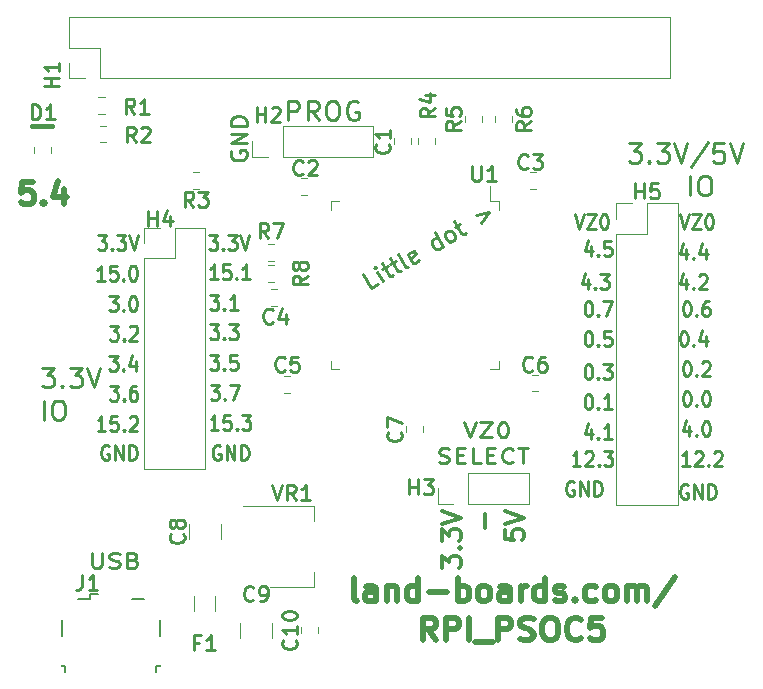
<source format=gbr>
G04 #@! TF.GenerationSoftware,KiCad,Pcbnew,(5.0.2)-1*
G04 #@! TF.CreationDate,2019-10-07T18:48:17-04:00*
G04 #@! TF.ProjectId,RPI_PSOC5,5250495f-5053-44f4-9335-2e6b69636164,X1*
G04 #@! TF.SameCoordinates,Original*
G04 #@! TF.FileFunction,Legend,Top*
G04 #@! TF.FilePolarity,Positive*
%FSLAX46Y46*%
G04 Gerber Fmt 4.6, Leading zero omitted, Abs format (unit mm)*
G04 Created by KiCad (PCBNEW (5.0.2)-1) date 10/7/2019 6:48:17 PM*
%MOMM*%
%LPD*%
G01*
G04 APERTURE LIST*
%ADD10C,0.285750*%
%ADD11C,0.300000*%
%ADD12C,0.476250*%
%ADD13C,0.381000*%
%ADD14C,0.120000*%
%ADD15C,0.150000*%
%ADD16C,0.254000*%
G04 APERTURE END LIST*
D10*
X4739594Y-30607755D02*
X5761642Y-30607755D01*
X5211308Y-31236708D01*
X5447166Y-31236708D01*
X5604404Y-31315327D01*
X5683023Y-31393946D01*
X5761642Y-31551184D01*
X5761642Y-31944279D01*
X5683023Y-32101517D01*
X5604404Y-32180136D01*
X5447166Y-32258755D01*
X4975451Y-32258755D01*
X4818213Y-32180136D01*
X4739594Y-32101517D01*
X6469213Y-32101517D02*
X6547832Y-32180136D01*
X6469213Y-32258755D01*
X6390594Y-32180136D01*
X6469213Y-32101517D01*
X6469213Y-32258755D01*
X7098166Y-30607755D02*
X8120213Y-30607755D01*
X7569880Y-31236708D01*
X7805737Y-31236708D01*
X7962975Y-31315327D01*
X8041594Y-31393946D01*
X8120213Y-31551184D01*
X8120213Y-31944279D01*
X8041594Y-32101517D01*
X7962975Y-32180136D01*
X7805737Y-32258755D01*
X7334023Y-32258755D01*
X7176785Y-32180136D01*
X7098166Y-32101517D01*
X8591927Y-30607755D02*
X9142261Y-32258755D01*
X9692594Y-30607755D01*
X4896832Y-35021005D02*
X4896832Y-33370005D01*
X5997499Y-33370005D02*
X6311975Y-33370005D01*
X6469213Y-33448625D01*
X6626451Y-33605863D01*
X6705070Y-33920339D01*
X6705070Y-34470672D01*
X6626451Y-34785148D01*
X6469213Y-34942386D01*
X6311975Y-35021005D01*
X5997499Y-35021005D01*
X5840261Y-34942386D01*
X5683023Y-34785148D01*
X5604404Y-34470672D01*
X5604404Y-33920339D01*
X5683023Y-33605863D01*
X5840261Y-33448625D01*
X5997499Y-33370005D01*
X54447394Y-11583155D02*
X55469442Y-11583155D01*
X54919108Y-12212108D01*
X55154966Y-12212108D01*
X55312204Y-12290727D01*
X55390823Y-12369346D01*
X55469442Y-12526584D01*
X55469442Y-12919679D01*
X55390823Y-13076917D01*
X55312204Y-13155536D01*
X55154966Y-13234155D01*
X54683251Y-13234155D01*
X54526013Y-13155536D01*
X54447394Y-13076917D01*
X56177013Y-13076917D02*
X56255632Y-13155536D01*
X56177013Y-13234155D01*
X56098394Y-13155536D01*
X56177013Y-13076917D01*
X56177013Y-13234155D01*
X56805966Y-11583155D02*
X57828013Y-11583155D01*
X57277680Y-12212108D01*
X57513537Y-12212108D01*
X57670775Y-12290727D01*
X57749394Y-12369346D01*
X57828013Y-12526584D01*
X57828013Y-12919679D01*
X57749394Y-13076917D01*
X57670775Y-13155536D01*
X57513537Y-13234155D01*
X57041823Y-13234155D01*
X56884585Y-13155536D01*
X56805966Y-13076917D01*
X58299727Y-11583155D02*
X58850061Y-13234155D01*
X59400394Y-11583155D01*
X61130013Y-11504536D02*
X59714870Y-13627251D01*
X62466537Y-11583155D02*
X61680347Y-11583155D01*
X61601727Y-12369346D01*
X61680347Y-12290727D01*
X61837585Y-12212108D01*
X62230680Y-12212108D01*
X62387918Y-12290727D01*
X62466537Y-12369346D01*
X62545156Y-12526584D01*
X62545156Y-12919679D01*
X62466537Y-13076917D01*
X62387918Y-13155536D01*
X62230680Y-13234155D01*
X61837585Y-13234155D01*
X61680347Y-13155536D01*
X61601727Y-13076917D01*
X63016870Y-11583155D02*
X63567204Y-13234155D01*
X64117537Y-11583155D01*
X59636251Y-15996405D02*
X59636251Y-14345405D01*
X60736918Y-14345405D02*
X61051394Y-14345405D01*
X61208632Y-14424025D01*
X61365870Y-14581263D01*
X61444489Y-14895739D01*
X61444489Y-15446072D01*
X61365870Y-15760548D01*
X61208632Y-15917786D01*
X61051394Y-15996405D01*
X60736918Y-15996405D01*
X60579680Y-15917786D01*
X60422442Y-15760548D01*
X60343823Y-15446072D01*
X60343823Y-14895739D01*
X60422442Y-14581263D01*
X60579680Y-14424025D01*
X60736918Y-14345405D01*
X8975680Y-46269123D02*
X8975680Y-47297219D01*
X9047108Y-47418171D01*
X9118537Y-47478647D01*
X9261394Y-47539123D01*
X9547108Y-47539123D01*
X9689966Y-47478647D01*
X9761394Y-47418171D01*
X9832823Y-47297219D01*
X9832823Y-46269123D01*
X10475680Y-47478647D02*
X10689966Y-47539123D01*
X11047108Y-47539123D01*
X11189966Y-47478647D01*
X11261394Y-47418171D01*
X11332823Y-47297219D01*
X11332823Y-47176266D01*
X11261394Y-47055314D01*
X11189966Y-46994838D01*
X11047108Y-46934361D01*
X10761394Y-46873885D01*
X10618537Y-46813409D01*
X10547108Y-46752933D01*
X10475680Y-46631980D01*
X10475680Y-46511028D01*
X10547108Y-46390076D01*
X10618537Y-46329600D01*
X10761394Y-46269123D01*
X11118537Y-46269123D01*
X11332823Y-46329600D01*
X12475680Y-46873885D02*
X12689966Y-46934361D01*
X12761394Y-46994838D01*
X12832823Y-47115790D01*
X12832823Y-47297219D01*
X12761394Y-47418171D01*
X12689966Y-47478647D01*
X12547108Y-47539123D01*
X11975680Y-47539123D01*
X11975680Y-46269123D01*
X12475680Y-46269123D01*
X12618537Y-46329600D01*
X12689966Y-46390076D01*
X12761394Y-46511028D01*
X12761394Y-46631980D01*
X12689966Y-46752933D01*
X12618537Y-46813409D01*
X12475680Y-46873885D01*
X11975680Y-46873885D01*
X33229694Y-23494997D02*
X32653581Y-23827616D01*
X31955081Y-22617779D01*
X33632973Y-23262164D02*
X33167307Y-22455606D01*
X32934473Y-22052327D02*
X32910124Y-22143200D01*
X33000997Y-22167549D01*
X33025347Y-22076676D01*
X32934473Y-22052327D01*
X33000997Y-22167549D01*
X33570586Y-22222772D02*
X34031476Y-21956677D01*
X33510586Y-21719708D02*
X34109301Y-22756711D01*
X34233436Y-22838672D01*
X34381920Y-22829759D01*
X34497143Y-22763236D01*
X34261922Y-21823630D02*
X34722812Y-21557534D01*
X34201922Y-21320565D02*
X34800636Y-22357568D01*
X34924772Y-22439529D01*
X35073256Y-22430616D01*
X35188479Y-22364093D01*
X35764592Y-22031474D02*
X35616107Y-22040386D01*
X35491972Y-21958425D01*
X34893258Y-20921422D01*
X36653111Y-21441672D02*
X36571150Y-21565807D01*
X36340705Y-21698855D01*
X36192220Y-21707767D01*
X36068085Y-21625806D01*
X35801990Y-21164916D01*
X35793077Y-21016431D01*
X35875038Y-20892296D01*
X36105483Y-20759249D01*
X36253968Y-20750336D01*
X36378103Y-20832297D01*
X36444627Y-20947519D01*
X35935038Y-21395361D01*
X38702769Y-20335116D02*
X38004269Y-19125279D01*
X38669507Y-20277505D02*
X38587546Y-20401640D01*
X38357101Y-20534688D01*
X38208616Y-20543600D01*
X38117743Y-20519251D01*
X37993608Y-20437290D01*
X37794036Y-20091622D01*
X37785124Y-19943138D01*
X37809473Y-19852265D01*
X37891434Y-19728130D01*
X38121879Y-19595082D01*
X38270364Y-19586169D01*
X39451716Y-19902712D02*
X39303231Y-19911624D01*
X39212358Y-19887275D01*
X39088223Y-19805314D01*
X38888651Y-19459646D01*
X38879739Y-19311162D01*
X38904088Y-19220288D01*
X38986049Y-19096153D01*
X39158883Y-18996368D01*
X39307367Y-18987455D01*
X39398241Y-19011805D01*
X39522376Y-19093765D01*
X39721947Y-19439433D01*
X39730860Y-19587918D01*
X39706510Y-19678791D01*
X39624549Y-19802926D01*
X39451716Y-19902712D01*
X39734996Y-18663749D02*
X40195886Y-18397653D01*
X39674997Y-18160684D02*
X40273711Y-19197687D01*
X40397846Y-19279648D01*
X40546330Y-19270736D01*
X40661553Y-19204212D01*
X41520946Y-17632630D02*
X42642299Y-17446107D01*
X41920089Y-18323965D01*
X49852262Y-17592523D02*
X50233262Y-18862523D01*
X50614262Y-17592523D01*
X50886405Y-17592523D02*
X51648405Y-17592523D01*
X50886405Y-18862523D01*
X51648405Y-18862523D01*
X52301548Y-17592523D02*
X52410405Y-17592523D01*
X52519262Y-17653000D01*
X52573691Y-17713476D01*
X52628119Y-17834428D01*
X52682548Y-18076333D01*
X52682548Y-18378714D01*
X52628119Y-18620619D01*
X52573691Y-18741571D01*
X52519262Y-18802047D01*
X52410405Y-18862523D01*
X52301548Y-18862523D01*
X52192691Y-18802047D01*
X52138262Y-18741571D01*
X52083833Y-18620619D01*
X52029405Y-18378714D01*
X52029405Y-18076333D01*
X52083833Y-17834428D01*
X52138262Y-17713476D01*
X52192691Y-17653000D01*
X52301548Y-17592523D01*
X18891023Y-19370523D02*
X19598594Y-19370523D01*
X19217594Y-19854333D01*
X19380880Y-19854333D01*
X19489737Y-19914809D01*
X19544166Y-19975285D01*
X19598594Y-20096238D01*
X19598594Y-20398619D01*
X19544166Y-20519571D01*
X19489737Y-20580047D01*
X19380880Y-20640523D01*
X19054308Y-20640523D01*
X18945451Y-20580047D01*
X18891023Y-20519571D01*
X20088451Y-20519571D02*
X20142880Y-20580047D01*
X20088451Y-20640523D01*
X20034023Y-20580047D01*
X20088451Y-20519571D01*
X20088451Y-20640523D01*
X20523880Y-19370523D02*
X21231451Y-19370523D01*
X20850451Y-19854333D01*
X21013737Y-19854333D01*
X21122594Y-19914809D01*
X21177023Y-19975285D01*
X21231451Y-20096238D01*
X21231451Y-20398619D01*
X21177023Y-20519571D01*
X21122594Y-20580047D01*
X21013737Y-20640523D01*
X20687166Y-20640523D01*
X20578308Y-20580047D01*
X20523880Y-20519571D01*
X21558023Y-19370523D02*
X21939023Y-20640523D01*
X22320023Y-19370523D01*
X10409691Y-37211000D02*
X10300833Y-37150523D01*
X10137548Y-37150523D01*
X9974262Y-37211000D01*
X9865405Y-37331952D01*
X9810976Y-37452904D01*
X9756548Y-37694809D01*
X9756548Y-37876238D01*
X9810976Y-38118142D01*
X9865405Y-38239095D01*
X9974262Y-38360047D01*
X10137548Y-38420523D01*
X10246405Y-38420523D01*
X10409691Y-38360047D01*
X10464119Y-38299571D01*
X10464119Y-37876238D01*
X10246405Y-37876238D01*
X10953976Y-38420523D02*
X10953976Y-37150523D01*
X11607119Y-38420523D01*
X11607119Y-37150523D01*
X12151405Y-38420523D02*
X12151405Y-37150523D01*
X12423548Y-37150523D01*
X12586833Y-37211000D01*
X12695691Y-37331952D01*
X12750119Y-37452904D01*
X12804548Y-37694809D01*
X12804548Y-37876238D01*
X12750119Y-38118142D01*
X12695691Y-38239095D01*
X12586833Y-38360047D01*
X12423548Y-38420523D01*
X12151405Y-38420523D01*
X19852594Y-37211000D02*
X19743737Y-37150523D01*
X19580451Y-37150523D01*
X19417166Y-37211000D01*
X19308308Y-37331952D01*
X19253880Y-37452904D01*
X19199451Y-37694809D01*
X19199451Y-37876238D01*
X19253880Y-38118142D01*
X19308308Y-38239095D01*
X19417166Y-38360047D01*
X19580451Y-38420523D01*
X19689308Y-38420523D01*
X19852594Y-38360047D01*
X19907023Y-38299571D01*
X19907023Y-37876238D01*
X19689308Y-37876238D01*
X20396880Y-38420523D02*
X20396880Y-37150523D01*
X21050023Y-38420523D01*
X21050023Y-37150523D01*
X21594308Y-38420523D02*
X21594308Y-37150523D01*
X21866451Y-37150523D01*
X22029737Y-37211000D01*
X22138594Y-37331952D01*
X22193023Y-37452904D01*
X22247451Y-37694809D01*
X22247451Y-37876238D01*
X22193023Y-38118142D01*
X22138594Y-38239095D01*
X22029737Y-38360047D01*
X21866451Y-38420523D01*
X21594308Y-38420523D01*
X20789900Y-12240380D02*
X20723376Y-12373428D01*
X20723376Y-12573000D01*
X20789900Y-12772571D01*
X20922947Y-12905619D01*
X21055995Y-12972142D01*
X21322090Y-13038666D01*
X21521661Y-13038666D01*
X21787757Y-12972142D01*
X21920804Y-12905619D01*
X22053852Y-12772571D01*
X22120376Y-12573000D01*
X22120376Y-12439952D01*
X22053852Y-12240380D01*
X21987328Y-12173857D01*
X21521661Y-12173857D01*
X21521661Y-12439952D01*
X22120376Y-11575142D02*
X20723376Y-11575142D01*
X22120376Y-10776857D01*
X20723376Y-10776857D01*
X22120376Y-10111619D02*
X20723376Y-10111619D01*
X20723376Y-9779000D01*
X20789900Y-9579428D01*
X20922947Y-9446380D01*
X21055995Y-9379857D01*
X21322090Y-9313333D01*
X21521661Y-9313333D01*
X21787757Y-9379857D01*
X21920804Y-9446380D01*
X22053852Y-9579428D01*
X22120376Y-9779000D01*
X22120376Y-10111619D01*
D11*
X38613404Y-47526690D02*
X38613404Y-46543952D01*
X39218166Y-47073119D01*
X39218166Y-46846333D01*
X39293761Y-46695142D01*
X39369357Y-46619547D01*
X39520547Y-46543952D01*
X39898523Y-46543952D01*
X40049714Y-46619547D01*
X40125309Y-46695142D01*
X40200904Y-46846333D01*
X40200904Y-47299904D01*
X40125309Y-47451095D01*
X40049714Y-47526690D01*
X40049714Y-45863595D02*
X40125309Y-45788000D01*
X40200904Y-45863595D01*
X40125309Y-45939190D01*
X40049714Y-45863595D01*
X40200904Y-45863595D01*
X38613404Y-45258833D02*
X38613404Y-44276095D01*
X39218166Y-44805261D01*
X39218166Y-44578476D01*
X39293761Y-44427285D01*
X39369357Y-44351690D01*
X39520547Y-44276095D01*
X39898523Y-44276095D01*
X40049714Y-44351690D01*
X40125309Y-44427285D01*
X40200904Y-44578476D01*
X40200904Y-45032047D01*
X40125309Y-45183238D01*
X40049714Y-45258833D01*
X38613404Y-43822523D02*
X40200904Y-43293357D01*
X38613404Y-42764190D01*
X42277392Y-44200500D02*
X42277392Y-42990976D01*
X43975904Y-44351690D02*
X43975904Y-45107642D01*
X44731857Y-45183238D01*
X44656261Y-45107642D01*
X44580666Y-44956452D01*
X44580666Y-44578476D01*
X44656261Y-44427285D01*
X44731857Y-44351690D01*
X44883047Y-44276095D01*
X45261023Y-44276095D01*
X45412214Y-44351690D01*
X45487809Y-44427285D01*
X45563404Y-44578476D01*
X45563404Y-44956452D01*
X45487809Y-45107642D01*
X45412214Y-45183238D01*
X43975904Y-43822523D02*
X45563404Y-43293357D01*
X43975904Y-42764190D01*
D10*
X25597832Y-9636880D02*
X25597832Y-7985880D01*
X26226785Y-7985880D01*
X26384023Y-8064500D01*
X26462642Y-8143119D01*
X26541261Y-8300357D01*
X26541261Y-8536214D01*
X26462642Y-8693452D01*
X26384023Y-8772071D01*
X26226785Y-8850690D01*
X25597832Y-8850690D01*
X28192261Y-9636880D02*
X27641927Y-8850690D01*
X27248832Y-9636880D02*
X27248832Y-7985880D01*
X27877785Y-7985880D01*
X28035023Y-8064500D01*
X28113642Y-8143119D01*
X28192261Y-8300357D01*
X28192261Y-8536214D01*
X28113642Y-8693452D01*
X28035023Y-8772071D01*
X27877785Y-8850690D01*
X27248832Y-8850690D01*
X29214308Y-7985880D02*
X29528785Y-7985880D01*
X29686023Y-8064500D01*
X29843261Y-8221738D01*
X29921880Y-8536214D01*
X29921880Y-9086547D01*
X29843261Y-9401023D01*
X29686023Y-9558261D01*
X29528785Y-9636880D01*
X29214308Y-9636880D01*
X29057070Y-9558261D01*
X28899832Y-9401023D01*
X28821213Y-9086547D01*
X28821213Y-8536214D01*
X28899832Y-8221738D01*
X29057070Y-8064500D01*
X29214308Y-7985880D01*
X31494261Y-8064500D02*
X31337023Y-7985880D01*
X31101166Y-7985880D01*
X30865308Y-8064500D01*
X30708070Y-8221738D01*
X30629451Y-8378976D01*
X30550832Y-8693452D01*
X30550832Y-8929309D01*
X30629451Y-9243785D01*
X30708070Y-9401023D01*
X30865308Y-9558261D01*
X31101166Y-9636880D01*
X31258404Y-9636880D01*
X31494261Y-9558261D01*
X31572880Y-9479642D01*
X31572880Y-8929309D01*
X31258404Y-8929309D01*
D12*
X3981676Y-14857185D02*
X3074533Y-14857185D01*
X2983819Y-15764328D01*
X3074533Y-15673614D01*
X3255962Y-15582900D01*
X3709533Y-15582900D01*
X3890962Y-15673614D01*
X3981676Y-15764328D01*
X4072391Y-15945757D01*
X4072391Y-16399328D01*
X3981676Y-16580757D01*
X3890962Y-16671471D01*
X3709533Y-16762185D01*
X3255962Y-16762185D01*
X3074533Y-16671471D01*
X2983819Y-16580757D01*
X4888819Y-16580757D02*
X4979533Y-16671471D01*
X4888819Y-16762185D01*
X4798105Y-16671471D01*
X4888819Y-16580757D01*
X4888819Y-16762185D01*
X6612391Y-15492185D02*
X6612391Y-16762185D01*
X6158819Y-14766471D02*
X5705248Y-16127185D01*
X6884533Y-16127185D01*
D13*
X3949000Y-10083800D02*
X5600000Y-10083800D01*
D10*
X40514308Y-35209148D02*
X41014308Y-36479148D01*
X41514308Y-35209148D01*
X41871451Y-35209148D02*
X42871451Y-35209148D01*
X41871451Y-36479148D01*
X42871451Y-36479148D01*
X43728594Y-35209148D02*
X43871451Y-35209148D01*
X44014308Y-35269625D01*
X44085737Y-35330101D01*
X44157166Y-35451053D01*
X44228594Y-35692958D01*
X44228594Y-35995339D01*
X44157166Y-36237244D01*
X44085737Y-36358196D01*
X44014308Y-36418672D01*
X43871451Y-36479148D01*
X43728594Y-36479148D01*
X43585737Y-36418672D01*
X43514308Y-36358196D01*
X43442880Y-36237244D01*
X43371451Y-35995339D01*
X43371451Y-35692958D01*
X43442880Y-35451053D01*
X43514308Y-35330101D01*
X43585737Y-35269625D01*
X43728594Y-35209148D01*
X38371451Y-38609422D02*
X38585737Y-38669898D01*
X38942880Y-38669898D01*
X39085737Y-38609422D01*
X39157166Y-38548946D01*
X39228594Y-38427994D01*
X39228594Y-38307041D01*
X39157166Y-38186089D01*
X39085737Y-38125613D01*
X38942880Y-38065136D01*
X38657166Y-38004660D01*
X38514308Y-37944184D01*
X38442880Y-37883708D01*
X38371451Y-37762755D01*
X38371451Y-37641803D01*
X38442880Y-37520851D01*
X38514308Y-37460375D01*
X38657166Y-37399898D01*
X39014308Y-37399898D01*
X39228594Y-37460375D01*
X39871451Y-38004660D02*
X40371451Y-38004660D01*
X40585737Y-38669898D02*
X39871451Y-38669898D01*
X39871451Y-37399898D01*
X40585737Y-37399898D01*
X41942880Y-38669898D02*
X41228594Y-38669898D01*
X41228594Y-37399898D01*
X42442880Y-38004660D02*
X42942880Y-38004660D01*
X43157166Y-38669898D02*
X42442880Y-38669898D01*
X42442880Y-37399898D01*
X43157166Y-37399898D01*
X44657166Y-38548946D02*
X44585737Y-38609422D01*
X44371451Y-38669898D01*
X44228594Y-38669898D01*
X44014308Y-38609422D01*
X43871451Y-38488470D01*
X43800023Y-38367517D01*
X43728594Y-38125613D01*
X43728594Y-37944184D01*
X43800023Y-37702279D01*
X43871451Y-37581327D01*
X44014308Y-37460375D01*
X44228594Y-37399898D01*
X44371451Y-37399898D01*
X44585737Y-37460375D01*
X44657166Y-37520851D01*
X45085737Y-37399898D02*
X45942880Y-37399898D01*
X45514308Y-38669898D02*
X45514308Y-37399898D01*
X51239737Y-20301857D02*
X51239737Y-21148523D01*
X50967594Y-19818047D02*
X50695451Y-20725190D01*
X51403023Y-20725190D01*
X51838451Y-21027571D02*
X51892880Y-21088047D01*
X51838451Y-21148523D01*
X51784023Y-21088047D01*
X51838451Y-21027571D01*
X51838451Y-21148523D01*
X52927023Y-19878523D02*
X52382737Y-19878523D01*
X52328308Y-20483285D01*
X52382737Y-20422809D01*
X52491594Y-20362333D01*
X52763737Y-20362333D01*
X52872594Y-20422809D01*
X52927023Y-20483285D01*
X52981451Y-20604238D01*
X52981451Y-20906619D01*
X52927023Y-21027571D01*
X52872594Y-21088047D01*
X52763737Y-21148523D01*
X52491594Y-21148523D01*
X52382737Y-21088047D01*
X52328308Y-21027571D01*
X59322833Y-20555857D02*
X59322833Y-21402523D01*
X59050691Y-20072047D02*
X58778548Y-20979190D01*
X59486119Y-20979190D01*
X59921548Y-21281571D02*
X59975976Y-21342047D01*
X59921548Y-21402523D01*
X59867119Y-21342047D01*
X59921548Y-21281571D01*
X59921548Y-21402523D01*
X60955691Y-20555857D02*
X60955691Y-21402523D01*
X60683548Y-20072047D02*
X60411405Y-20979190D01*
X61118976Y-20979190D01*
X50985737Y-23095857D02*
X50985737Y-23942523D01*
X50713594Y-22612047D02*
X50441451Y-23519190D01*
X51149023Y-23519190D01*
X51584451Y-23821571D02*
X51638880Y-23882047D01*
X51584451Y-23942523D01*
X51530023Y-23882047D01*
X51584451Y-23821571D01*
X51584451Y-23942523D01*
X52019880Y-22672523D02*
X52727451Y-22672523D01*
X52346451Y-23156333D01*
X52509737Y-23156333D01*
X52618594Y-23216809D01*
X52673023Y-23277285D01*
X52727451Y-23398238D01*
X52727451Y-23700619D01*
X52673023Y-23821571D01*
X52618594Y-23882047D01*
X52509737Y-23942523D01*
X52183166Y-23942523D01*
X52074308Y-23882047D01*
X52019880Y-23821571D01*
X50967594Y-24958523D02*
X51076451Y-24958523D01*
X51185308Y-25019000D01*
X51239737Y-25079476D01*
X51294166Y-25200428D01*
X51348594Y-25442333D01*
X51348594Y-25744714D01*
X51294166Y-25986619D01*
X51239737Y-26107571D01*
X51185308Y-26168047D01*
X51076451Y-26228523D01*
X50967594Y-26228523D01*
X50858737Y-26168047D01*
X50804308Y-26107571D01*
X50749880Y-25986619D01*
X50695451Y-25744714D01*
X50695451Y-25442333D01*
X50749880Y-25200428D01*
X50804308Y-25079476D01*
X50858737Y-25019000D01*
X50967594Y-24958523D01*
X51838451Y-26107571D02*
X51892880Y-26168047D01*
X51838451Y-26228523D01*
X51784023Y-26168047D01*
X51838451Y-26107571D01*
X51838451Y-26228523D01*
X52273880Y-24958523D02*
X53035880Y-24958523D01*
X52546023Y-26228523D01*
X50967594Y-27498523D02*
X51076451Y-27498523D01*
X51185308Y-27559000D01*
X51239737Y-27619476D01*
X51294166Y-27740428D01*
X51348594Y-27982333D01*
X51348594Y-28284714D01*
X51294166Y-28526619D01*
X51239737Y-28647571D01*
X51185308Y-28708047D01*
X51076451Y-28768523D01*
X50967594Y-28768523D01*
X50858737Y-28708047D01*
X50804308Y-28647571D01*
X50749880Y-28526619D01*
X50695451Y-28284714D01*
X50695451Y-27982333D01*
X50749880Y-27740428D01*
X50804308Y-27619476D01*
X50858737Y-27559000D01*
X50967594Y-27498523D01*
X51838451Y-28647571D02*
X51892880Y-28708047D01*
X51838451Y-28768523D01*
X51784023Y-28708047D01*
X51838451Y-28647571D01*
X51838451Y-28768523D01*
X52927023Y-27498523D02*
X52382737Y-27498523D01*
X52328308Y-28103285D01*
X52382737Y-28042809D01*
X52491594Y-27982333D01*
X52763737Y-27982333D01*
X52872594Y-28042809D01*
X52927023Y-28103285D01*
X52981451Y-28224238D01*
X52981451Y-28526619D01*
X52927023Y-28647571D01*
X52872594Y-28708047D01*
X52763737Y-28768523D01*
X52491594Y-28768523D01*
X52382737Y-28708047D01*
X52328308Y-28647571D01*
X50967594Y-30292523D02*
X51076451Y-30292523D01*
X51185308Y-30353000D01*
X51239737Y-30413476D01*
X51294166Y-30534428D01*
X51348594Y-30776333D01*
X51348594Y-31078714D01*
X51294166Y-31320619D01*
X51239737Y-31441571D01*
X51185308Y-31502047D01*
X51076451Y-31562523D01*
X50967594Y-31562523D01*
X50858737Y-31502047D01*
X50804308Y-31441571D01*
X50749880Y-31320619D01*
X50695451Y-31078714D01*
X50695451Y-30776333D01*
X50749880Y-30534428D01*
X50804308Y-30413476D01*
X50858737Y-30353000D01*
X50967594Y-30292523D01*
X51838451Y-31441571D02*
X51892880Y-31502047D01*
X51838451Y-31562523D01*
X51784023Y-31502047D01*
X51838451Y-31441571D01*
X51838451Y-31562523D01*
X52273880Y-30292523D02*
X52981451Y-30292523D01*
X52600451Y-30776333D01*
X52763737Y-30776333D01*
X52872594Y-30836809D01*
X52927023Y-30897285D01*
X52981451Y-31018238D01*
X52981451Y-31320619D01*
X52927023Y-31441571D01*
X52872594Y-31502047D01*
X52763737Y-31562523D01*
X52437166Y-31562523D01*
X52328308Y-31502047D01*
X52273880Y-31441571D01*
X50967594Y-32832523D02*
X51076451Y-32832523D01*
X51185308Y-32893000D01*
X51239737Y-32953476D01*
X51294166Y-33074428D01*
X51348594Y-33316333D01*
X51348594Y-33618714D01*
X51294166Y-33860619D01*
X51239737Y-33981571D01*
X51185308Y-34042047D01*
X51076451Y-34102523D01*
X50967594Y-34102523D01*
X50858737Y-34042047D01*
X50804308Y-33981571D01*
X50749880Y-33860619D01*
X50695451Y-33618714D01*
X50695451Y-33316333D01*
X50749880Y-33074428D01*
X50804308Y-32953476D01*
X50858737Y-32893000D01*
X50967594Y-32832523D01*
X51838451Y-33981571D02*
X51892880Y-34042047D01*
X51838451Y-34102523D01*
X51784023Y-34042047D01*
X51838451Y-33981571D01*
X51838451Y-34102523D01*
X52981451Y-34102523D02*
X52328308Y-34102523D01*
X52654880Y-34102523D02*
X52654880Y-32832523D01*
X52546023Y-33013952D01*
X52437166Y-33134904D01*
X52328308Y-33195380D01*
X51239737Y-35795857D02*
X51239737Y-36642523D01*
X50967594Y-35312047D02*
X50695451Y-36219190D01*
X51403023Y-36219190D01*
X51838451Y-36521571D02*
X51892880Y-36582047D01*
X51838451Y-36642523D01*
X51784023Y-36582047D01*
X51838451Y-36521571D01*
X51838451Y-36642523D01*
X52981451Y-36642523D02*
X52328308Y-36642523D01*
X52654880Y-36642523D02*
X52654880Y-35372523D01*
X52546023Y-35553952D01*
X52437166Y-35674904D01*
X52328308Y-35735380D01*
X59322833Y-23095857D02*
X59322833Y-23942523D01*
X59050691Y-22612047D02*
X58778548Y-23519190D01*
X59486119Y-23519190D01*
X59921548Y-23821571D02*
X59975976Y-23882047D01*
X59921548Y-23942523D01*
X59867119Y-23882047D01*
X59921548Y-23821571D01*
X59921548Y-23942523D01*
X60411405Y-22793476D02*
X60465833Y-22733000D01*
X60574691Y-22672523D01*
X60846833Y-22672523D01*
X60955691Y-22733000D01*
X61010119Y-22793476D01*
X61064548Y-22914428D01*
X61064548Y-23035380D01*
X61010119Y-23216809D01*
X60356976Y-23942523D01*
X61064548Y-23942523D01*
X59304691Y-24958523D02*
X59413548Y-24958523D01*
X59522405Y-25019000D01*
X59576833Y-25079476D01*
X59631262Y-25200428D01*
X59685691Y-25442333D01*
X59685691Y-25744714D01*
X59631262Y-25986619D01*
X59576833Y-26107571D01*
X59522405Y-26168047D01*
X59413548Y-26228523D01*
X59304691Y-26228523D01*
X59195833Y-26168047D01*
X59141405Y-26107571D01*
X59086976Y-25986619D01*
X59032548Y-25744714D01*
X59032548Y-25442333D01*
X59086976Y-25200428D01*
X59141405Y-25079476D01*
X59195833Y-25019000D01*
X59304691Y-24958523D01*
X60175548Y-26107571D02*
X60229976Y-26168047D01*
X60175548Y-26228523D01*
X60121119Y-26168047D01*
X60175548Y-26107571D01*
X60175548Y-26228523D01*
X61209691Y-24958523D02*
X60991976Y-24958523D01*
X60883119Y-25019000D01*
X60828691Y-25079476D01*
X60719833Y-25260904D01*
X60665405Y-25502809D01*
X60665405Y-25986619D01*
X60719833Y-26107571D01*
X60774262Y-26168047D01*
X60883119Y-26228523D01*
X61100833Y-26228523D01*
X61209691Y-26168047D01*
X61264119Y-26107571D01*
X61318548Y-25986619D01*
X61318548Y-25684238D01*
X61264119Y-25563285D01*
X61209691Y-25502809D01*
X61100833Y-25442333D01*
X60883119Y-25442333D01*
X60774262Y-25502809D01*
X60719833Y-25563285D01*
X60665405Y-25684238D01*
X59050691Y-27498523D02*
X59159548Y-27498523D01*
X59268405Y-27559000D01*
X59322833Y-27619476D01*
X59377262Y-27740428D01*
X59431691Y-27982333D01*
X59431691Y-28284714D01*
X59377262Y-28526619D01*
X59322833Y-28647571D01*
X59268405Y-28708047D01*
X59159548Y-28768523D01*
X59050691Y-28768523D01*
X58941833Y-28708047D01*
X58887405Y-28647571D01*
X58832976Y-28526619D01*
X58778548Y-28284714D01*
X58778548Y-27982333D01*
X58832976Y-27740428D01*
X58887405Y-27619476D01*
X58941833Y-27559000D01*
X59050691Y-27498523D01*
X59921548Y-28647571D02*
X59975976Y-28708047D01*
X59921548Y-28768523D01*
X59867119Y-28708047D01*
X59921548Y-28647571D01*
X59921548Y-28768523D01*
X60955691Y-27921857D02*
X60955691Y-28768523D01*
X60683548Y-27438047D02*
X60411405Y-28345190D01*
X61118976Y-28345190D01*
X59304691Y-30038523D02*
X59413548Y-30038523D01*
X59522405Y-30099000D01*
X59576833Y-30159476D01*
X59631262Y-30280428D01*
X59685691Y-30522333D01*
X59685691Y-30824714D01*
X59631262Y-31066619D01*
X59576833Y-31187571D01*
X59522405Y-31248047D01*
X59413548Y-31308523D01*
X59304691Y-31308523D01*
X59195833Y-31248047D01*
X59141405Y-31187571D01*
X59086976Y-31066619D01*
X59032548Y-30824714D01*
X59032548Y-30522333D01*
X59086976Y-30280428D01*
X59141405Y-30159476D01*
X59195833Y-30099000D01*
X59304691Y-30038523D01*
X60175548Y-31187571D02*
X60229976Y-31248047D01*
X60175548Y-31308523D01*
X60121119Y-31248047D01*
X60175548Y-31187571D01*
X60175548Y-31308523D01*
X60665405Y-30159476D02*
X60719833Y-30099000D01*
X60828691Y-30038523D01*
X61100833Y-30038523D01*
X61209691Y-30099000D01*
X61264119Y-30159476D01*
X61318548Y-30280428D01*
X61318548Y-30401380D01*
X61264119Y-30582809D01*
X60610976Y-31308523D01*
X61318548Y-31308523D01*
X59304691Y-32578523D02*
X59413548Y-32578523D01*
X59522405Y-32639000D01*
X59576833Y-32699476D01*
X59631262Y-32820428D01*
X59685691Y-33062333D01*
X59685691Y-33364714D01*
X59631262Y-33606619D01*
X59576833Y-33727571D01*
X59522405Y-33788047D01*
X59413548Y-33848523D01*
X59304691Y-33848523D01*
X59195833Y-33788047D01*
X59141405Y-33727571D01*
X59086976Y-33606619D01*
X59032548Y-33364714D01*
X59032548Y-33062333D01*
X59086976Y-32820428D01*
X59141405Y-32699476D01*
X59195833Y-32639000D01*
X59304691Y-32578523D01*
X60175548Y-33727571D02*
X60229976Y-33788047D01*
X60175548Y-33848523D01*
X60121119Y-33788047D01*
X60175548Y-33727571D01*
X60175548Y-33848523D01*
X60937548Y-32578523D02*
X61046405Y-32578523D01*
X61155262Y-32639000D01*
X61209691Y-32699476D01*
X61264119Y-32820428D01*
X61318548Y-33062333D01*
X61318548Y-33364714D01*
X61264119Y-33606619D01*
X61209691Y-33727571D01*
X61155262Y-33788047D01*
X61046405Y-33848523D01*
X60937548Y-33848523D01*
X60828691Y-33788047D01*
X60774262Y-33727571D01*
X60719833Y-33606619D01*
X60665405Y-33364714D01*
X60665405Y-33062333D01*
X60719833Y-32820428D01*
X60774262Y-32699476D01*
X60828691Y-32639000D01*
X60937548Y-32578523D01*
X59576833Y-35541857D02*
X59576833Y-36388523D01*
X59304691Y-35058047D02*
X59032548Y-35965190D01*
X59740119Y-35965190D01*
X60175548Y-36267571D02*
X60229976Y-36328047D01*
X60175548Y-36388523D01*
X60121119Y-36328047D01*
X60175548Y-36267571D01*
X60175548Y-36388523D01*
X60937548Y-35118523D02*
X61046405Y-35118523D01*
X61155262Y-35179000D01*
X61209691Y-35239476D01*
X61264119Y-35360428D01*
X61318548Y-35602333D01*
X61318548Y-35904714D01*
X61264119Y-36146619D01*
X61209691Y-36267571D01*
X61155262Y-36328047D01*
X61046405Y-36388523D01*
X60937548Y-36388523D01*
X60828691Y-36328047D01*
X60774262Y-36267571D01*
X60719833Y-36146619D01*
X60665405Y-35904714D01*
X60665405Y-35602333D01*
X60719833Y-35360428D01*
X60774262Y-35239476D01*
X60828691Y-35179000D01*
X60937548Y-35118523D01*
X50332594Y-38928523D02*
X49679451Y-38928523D01*
X50006023Y-38928523D02*
X50006023Y-37658523D01*
X49897166Y-37839952D01*
X49788308Y-37960904D01*
X49679451Y-38021380D01*
X50768023Y-37779476D02*
X50822451Y-37719000D01*
X50931308Y-37658523D01*
X51203451Y-37658523D01*
X51312308Y-37719000D01*
X51366737Y-37779476D01*
X51421166Y-37900428D01*
X51421166Y-38021380D01*
X51366737Y-38202809D01*
X50713594Y-38928523D01*
X51421166Y-38928523D01*
X51911023Y-38807571D02*
X51965451Y-38868047D01*
X51911023Y-38928523D01*
X51856594Y-38868047D01*
X51911023Y-38807571D01*
X51911023Y-38928523D01*
X52346451Y-37658523D02*
X53054023Y-37658523D01*
X52673023Y-38142333D01*
X52836308Y-38142333D01*
X52945166Y-38202809D01*
X52999594Y-38263285D01*
X53054023Y-38384238D01*
X53054023Y-38686619D01*
X52999594Y-38807571D01*
X52945166Y-38868047D01*
X52836308Y-38928523D01*
X52509737Y-38928523D01*
X52400880Y-38868047D01*
X52346451Y-38807571D01*
X59613119Y-38928523D02*
X58959976Y-38928523D01*
X59286548Y-38928523D02*
X59286548Y-37658523D01*
X59177691Y-37839952D01*
X59068833Y-37960904D01*
X58959976Y-38021380D01*
X60048548Y-37779476D02*
X60102976Y-37719000D01*
X60211833Y-37658523D01*
X60483976Y-37658523D01*
X60592833Y-37719000D01*
X60647262Y-37779476D01*
X60701691Y-37900428D01*
X60701691Y-38021380D01*
X60647262Y-38202809D01*
X59994119Y-38928523D01*
X60701691Y-38928523D01*
X61191548Y-38807571D02*
X61245976Y-38868047D01*
X61191548Y-38928523D01*
X61137119Y-38868047D01*
X61191548Y-38807571D01*
X61191548Y-38928523D01*
X61681405Y-37779476D02*
X61735833Y-37719000D01*
X61844691Y-37658523D01*
X62116833Y-37658523D01*
X62225691Y-37719000D01*
X62280119Y-37779476D01*
X62334548Y-37900428D01*
X62334548Y-38021380D01*
X62280119Y-38202809D01*
X61626976Y-38928523D01*
X62334548Y-38928523D01*
X59431691Y-40513000D02*
X59322833Y-40452523D01*
X59159548Y-40452523D01*
X58996262Y-40513000D01*
X58887405Y-40633952D01*
X58832976Y-40754904D01*
X58778548Y-40996809D01*
X58778548Y-41178238D01*
X58832976Y-41420142D01*
X58887405Y-41541095D01*
X58996262Y-41662047D01*
X59159548Y-41722523D01*
X59268405Y-41722523D01*
X59431691Y-41662047D01*
X59486119Y-41601571D01*
X59486119Y-41178238D01*
X59268405Y-41178238D01*
X59975976Y-41722523D02*
X59975976Y-40452523D01*
X60629119Y-41722523D01*
X60629119Y-40452523D01*
X61173405Y-41722523D02*
X61173405Y-40452523D01*
X61445548Y-40452523D01*
X61608833Y-40513000D01*
X61717691Y-40633952D01*
X61772119Y-40754904D01*
X61826548Y-40996809D01*
X61826548Y-41178238D01*
X61772119Y-41420142D01*
X61717691Y-41541095D01*
X61608833Y-41662047D01*
X61445548Y-41722523D01*
X61173405Y-41722523D01*
X58742262Y-17592523D02*
X59123262Y-18862523D01*
X59504262Y-17592523D01*
X59776405Y-17592523D02*
X60538405Y-17592523D01*
X59776405Y-18862523D01*
X60538405Y-18862523D01*
X61191548Y-17592523D02*
X61300405Y-17592523D01*
X61409262Y-17653000D01*
X61463691Y-17713476D01*
X61518119Y-17834428D01*
X61572548Y-18076333D01*
X61572548Y-18378714D01*
X61518119Y-18620619D01*
X61463691Y-18741571D01*
X61409262Y-18802047D01*
X61300405Y-18862523D01*
X61191548Y-18862523D01*
X61082691Y-18802047D01*
X61028262Y-18741571D01*
X60973833Y-18620619D01*
X60919405Y-18378714D01*
X60919405Y-18076333D01*
X60973833Y-17834428D01*
X61028262Y-17713476D01*
X61082691Y-17653000D01*
X61191548Y-17592523D01*
X19687334Y-35860927D02*
X19034191Y-35860927D01*
X19360763Y-35860927D02*
X19360763Y-34590927D01*
X19251906Y-34772356D01*
X19143048Y-34893308D01*
X19034191Y-34953784D01*
X20721477Y-34590927D02*
X20177191Y-34590927D01*
X20122763Y-35195689D01*
X20177191Y-35135213D01*
X20286048Y-35074737D01*
X20558191Y-35074737D01*
X20667048Y-35135213D01*
X20721477Y-35195689D01*
X20775906Y-35316642D01*
X20775906Y-35619023D01*
X20721477Y-35739975D01*
X20667048Y-35800451D01*
X20558191Y-35860927D01*
X20286048Y-35860927D01*
X20177191Y-35800451D01*
X20122763Y-35739975D01*
X21265763Y-35739975D02*
X21320191Y-35800451D01*
X21265763Y-35860927D01*
X21211334Y-35800451D01*
X21265763Y-35739975D01*
X21265763Y-35860927D01*
X21701191Y-34590927D02*
X22408763Y-34590927D01*
X22027763Y-35074737D01*
X22191048Y-35074737D01*
X22299906Y-35135213D01*
X22354334Y-35195689D01*
X22408763Y-35316642D01*
X22408763Y-35619023D01*
X22354334Y-35739975D01*
X22299906Y-35800451D01*
X22191048Y-35860927D01*
X21864477Y-35860927D01*
X21755620Y-35800451D01*
X21701191Y-35739975D01*
X19030563Y-32050927D02*
X19738134Y-32050927D01*
X19357134Y-32534737D01*
X19520420Y-32534737D01*
X19629277Y-32595213D01*
X19683706Y-32655689D01*
X19738134Y-32776642D01*
X19738134Y-33079023D01*
X19683706Y-33199975D01*
X19629277Y-33260451D01*
X19520420Y-33320927D01*
X19193848Y-33320927D01*
X19084991Y-33260451D01*
X19030563Y-33199975D01*
X20227991Y-33199975D02*
X20282420Y-33260451D01*
X20227991Y-33320927D01*
X20173563Y-33260451D01*
X20227991Y-33199975D01*
X20227991Y-33320927D01*
X20663420Y-32050927D02*
X21425420Y-32050927D01*
X20935563Y-33320927D01*
X18979763Y-29510927D02*
X19687334Y-29510927D01*
X19306334Y-29994737D01*
X19469620Y-29994737D01*
X19578477Y-30055213D01*
X19632906Y-30115689D01*
X19687334Y-30236642D01*
X19687334Y-30539023D01*
X19632906Y-30659975D01*
X19578477Y-30720451D01*
X19469620Y-30780927D01*
X19143048Y-30780927D01*
X19034191Y-30720451D01*
X18979763Y-30659975D01*
X20177191Y-30659975D02*
X20231620Y-30720451D01*
X20177191Y-30780927D01*
X20122763Y-30720451D01*
X20177191Y-30659975D01*
X20177191Y-30780927D01*
X21265763Y-29510927D02*
X20721477Y-29510927D01*
X20667048Y-30115689D01*
X20721477Y-30055213D01*
X20830334Y-29994737D01*
X21102477Y-29994737D01*
X21211334Y-30055213D01*
X21265763Y-30115689D01*
X21320191Y-30236642D01*
X21320191Y-30539023D01*
X21265763Y-30659975D01*
X21211334Y-30720451D01*
X21102477Y-30780927D01*
X20830334Y-30780927D01*
X20721477Y-30720451D01*
X20667048Y-30659975D01*
X18979763Y-26920127D02*
X19687334Y-26920127D01*
X19306334Y-27403937D01*
X19469620Y-27403937D01*
X19578477Y-27464413D01*
X19632906Y-27524889D01*
X19687334Y-27645842D01*
X19687334Y-27948223D01*
X19632906Y-28069175D01*
X19578477Y-28129651D01*
X19469620Y-28190127D01*
X19143048Y-28190127D01*
X19034191Y-28129651D01*
X18979763Y-28069175D01*
X20177191Y-28069175D02*
X20231620Y-28129651D01*
X20177191Y-28190127D01*
X20122763Y-28129651D01*
X20177191Y-28069175D01*
X20177191Y-28190127D01*
X20612620Y-26920127D02*
X21320191Y-26920127D01*
X20939191Y-27403937D01*
X21102477Y-27403937D01*
X21211334Y-27464413D01*
X21265763Y-27524889D01*
X21320191Y-27645842D01*
X21320191Y-27948223D01*
X21265763Y-28069175D01*
X21211334Y-28129651D01*
X21102477Y-28190127D01*
X20775906Y-28190127D01*
X20667048Y-28129651D01*
X20612620Y-28069175D01*
X49779691Y-40259000D02*
X49670833Y-40198523D01*
X49507548Y-40198523D01*
X49344262Y-40259000D01*
X49235405Y-40379952D01*
X49180976Y-40500904D01*
X49126548Y-40742809D01*
X49126548Y-40924238D01*
X49180976Y-41166142D01*
X49235405Y-41287095D01*
X49344262Y-41408047D01*
X49507548Y-41468523D01*
X49616405Y-41468523D01*
X49779691Y-41408047D01*
X49834119Y-41347571D01*
X49834119Y-40924238D01*
X49616405Y-40924238D01*
X50323976Y-41468523D02*
X50323976Y-40198523D01*
X50977119Y-41468523D01*
X50977119Y-40198523D01*
X51521405Y-41468523D02*
X51521405Y-40198523D01*
X51793548Y-40198523D01*
X51956833Y-40259000D01*
X52065691Y-40379952D01*
X52120119Y-40500904D01*
X52174548Y-40742809D01*
X52174548Y-40924238D01*
X52120119Y-41166142D01*
X52065691Y-41287095D01*
X51956833Y-41408047D01*
X51793548Y-41468523D01*
X51521405Y-41468523D01*
X9484405Y-19370523D02*
X10191976Y-19370523D01*
X9810976Y-19854333D01*
X9974262Y-19854333D01*
X10083119Y-19914809D01*
X10137548Y-19975285D01*
X10191976Y-20096238D01*
X10191976Y-20398619D01*
X10137548Y-20519571D01*
X10083119Y-20580047D01*
X9974262Y-20640523D01*
X9647691Y-20640523D01*
X9538833Y-20580047D01*
X9484405Y-20519571D01*
X10681833Y-20519571D02*
X10736262Y-20580047D01*
X10681833Y-20640523D01*
X10627405Y-20580047D01*
X10681833Y-20519571D01*
X10681833Y-20640523D01*
X11117262Y-19370523D02*
X11824833Y-19370523D01*
X11443833Y-19854333D01*
X11607119Y-19854333D01*
X11715976Y-19914809D01*
X11770405Y-19975285D01*
X11824833Y-20096238D01*
X11824833Y-20398619D01*
X11770405Y-20519571D01*
X11715976Y-20580047D01*
X11607119Y-20640523D01*
X11280548Y-20640523D01*
X11171691Y-20580047D01*
X11117262Y-20519571D01*
X12151405Y-19370523D02*
X12532405Y-20640523D01*
X12913405Y-19370523D01*
X10121059Y-35962527D02*
X9467916Y-35962527D01*
X9794488Y-35962527D02*
X9794488Y-34692527D01*
X9685631Y-34873956D01*
X9576773Y-34994908D01*
X9467916Y-35055384D01*
X11155202Y-34692527D02*
X10610916Y-34692527D01*
X10556488Y-35297289D01*
X10610916Y-35236813D01*
X10719773Y-35176337D01*
X10991916Y-35176337D01*
X11100773Y-35236813D01*
X11155202Y-35297289D01*
X11209631Y-35418242D01*
X11209631Y-35720623D01*
X11155202Y-35841575D01*
X11100773Y-35902051D01*
X10991916Y-35962527D01*
X10719773Y-35962527D01*
X10610916Y-35902051D01*
X10556488Y-35841575D01*
X11699488Y-35841575D02*
X11753916Y-35902051D01*
X11699488Y-35962527D01*
X11645059Y-35902051D01*
X11699488Y-35841575D01*
X11699488Y-35962527D01*
X12189345Y-34813480D02*
X12243773Y-34753004D01*
X12352631Y-34692527D01*
X12624773Y-34692527D01*
X12733631Y-34753004D01*
X12788059Y-34813480D01*
X12842488Y-34934432D01*
X12842488Y-35055384D01*
X12788059Y-35236813D01*
X12134916Y-35962527D01*
X12842488Y-35962527D01*
X10502059Y-32101727D02*
X11209631Y-32101727D01*
X10828631Y-32585537D01*
X10991916Y-32585537D01*
X11100773Y-32646013D01*
X11155202Y-32706489D01*
X11209631Y-32827442D01*
X11209631Y-33129823D01*
X11155202Y-33250775D01*
X11100773Y-33311251D01*
X10991916Y-33371727D01*
X10665345Y-33371727D01*
X10556488Y-33311251D01*
X10502059Y-33250775D01*
X11699488Y-33250775D02*
X11753916Y-33311251D01*
X11699488Y-33371727D01*
X11645059Y-33311251D01*
X11699488Y-33250775D01*
X11699488Y-33371727D01*
X12733631Y-32101727D02*
X12515916Y-32101727D01*
X12407059Y-32162204D01*
X12352631Y-32222680D01*
X12243773Y-32404108D01*
X12189345Y-32646013D01*
X12189345Y-33129823D01*
X12243773Y-33250775D01*
X12298202Y-33311251D01*
X12407059Y-33371727D01*
X12624773Y-33371727D01*
X12733631Y-33311251D01*
X12788059Y-33250775D01*
X12842488Y-33129823D01*
X12842488Y-32827442D01*
X12788059Y-32706489D01*
X12733631Y-32646013D01*
X12624773Y-32585537D01*
X12407059Y-32585537D01*
X12298202Y-32646013D01*
X12243773Y-32706489D01*
X12189345Y-32827442D01*
X10451259Y-29561727D02*
X11158831Y-29561727D01*
X10777831Y-30045537D01*
X10941116Y-30045537D01*
X11049973Y-30106013D01*
X11104402Y-30166489D01*
X11158831Y-30287442D01*
X11158831Y-30589823D01*
X11104402Y-30710775D01*
X11049973Y-30771251D01*
X10941116Y-30831727D01*
X10614545Y-30831727D01*
X10505688Y-30771251D01*
X10451259Y-30710775D01*
X11648688Y-30710775D02*
X11703116Y-30771251D01*
X11648688Y-30831727D01*
X11594259Y-30771251D01*
X11648688Y-30710775D01*
X11648688Y-30831727D01*
X12682831Y-29985061D02*
X12682831Y-30831727D01*
X12410688Y-29501251D02*
X12138545Y-30408394D01*
X12846116Y-30408394D01*
X10502059Y-27021727D02*
X11209631Y-27021727D01*
X10828631Y-27505537D01*
X10991916Y-27505537D01*
X11100773Y-27566013D01*
X11155202Y-27626489D01*
X11209631Y-27747442D01*
X11209631Y-28049823D01*
X11155202Y-28170775D01*
X11100773Y-28231251D01*
X10991916Y-28291727D01*
X10665345Y-28291727D01*
X10556488Y-28231251D01*
X10502059Y-28170775D01*
X11699488Y-28170775D02*
X11753916Y-28231251D01*
X11699488Y-28291727D01*
X11645059Y-28231251D01*
X11699488Y-28170775D01*
X11699488Y-28291727D01*
X12189345Y-27142680D02*
X12243773Y-27082204D01*
X12352631Y-27021727D01*
X12624773Y-27021727D01*
X12733631Y-27082204D01*
X12788059Y-27142680D01*
X12842488Y-27263632D01*
X12842488Y-27384584D01*
X12788059Y-27566013D01*
X12134916Y-28291727D01*
X12842488Y-28291727D01*
X18979763Y-24430927D02*
X19687334Y-24430927D01*
X19306334Y-24914737D01*
X19469620Y-24914737D01*
X19578477Y-24975213D01*
X19632906Y-25035689D01*
X19687334Y-25156642D01*
X19687334Y-25459023D01*
X19632906Y-25579975D01*
X19578477Y-25640451D01*
X19469620Y-25700927D01*
X19143048Y-25700927D01*
X19034191Y-25640451D01*
X18979763Y-25579975D01*
X20177191Y-25579975D02*
X20231620Y-25640451D01*
X20177191Y-25700927D01*
X20122763Y-25640451D01*
X20177191Y-25579975D01*
X20177191Y-25700927D01*
X21320191Y-25700927D02*
X20667048Y-25700927D01*
X20993620Y-25700927D02*
X20993620Y-24430927D01*
X20884763Y-24612356D01*
X20775906Y-24733308D01*
X20667048Y-24793784D01*
X10451259Y-24532527D02*
X11158831Y-24532527D01*
X10777831Y-25016337D01*
X10941116Y-25016337D01*
X11049973Y-25076813D01*
X11104402Y-25137289D01*
X11158831Y-25258242D01*
X11158831Y-25560623D01*
X11104402Y-25681575D01*
X11049973Y-25742051D01*
X10941116Y-25802527D01*
X10614545Y-25802527D01*
X10505688Y-25742051D01*
X10451259Y-25681575D01*
X11648688Y-25681575D02*
X11703116Y-25742051D01*
X11648688Y-25802527D01*
X11594259Y-25742051D01*
X11648688Y-25681575D01*
X11648688Y-25802527D01*
X12410688Y-24532527D02*
X12519545Y-24532527D01*
X12628402Y-24593004D01*
X12682831Y-24653480D01*
X12737259Y-24774432D01*
X12791688Y-25016337D01*
X12791688Y-25318718D01*
X12737259Y-25560623D01*
X12682831Y-25681575D01*
X12628402Y-25742051D01*
X12519545Y-25802527D01*
X12410688Y-25802527D01*
X12301831Y-25742051D01*
X12247402Y-25681575D01*
X12192973Y-25560623D01*
X12138545Y-25318718D01*
X12138545Y-25016337D01*
X12192973Y-24774432D01*
X12247402Y-24653480D01*
X12301831Y-24593004D01*
X12410688Y-24532527D01*
X19636534Y-23110127D02*
X18983391Y-23110127D01*
X19309963Y-23110127D02*
X19309963Y-21840127D01*
X19201106Y-22021556D01*
X19092248Y-22142508D01*
X18983391Y-22202984D01*
X20670677Y-21840127D02*
X20126391Y-21840127D01*
X20071963Y-22444889D01*
X20126391Y-22384413D01*
X20235248Y-22323937D01*
X20507391Y-22323937D01*
X20616248Y-22384413D01*
X20670677Y-22444889D01*
X20725106Y-22565842D01*
X20725106Y-22868223D01*
X20670677Y-22989175D01*
X20616248Y-23049651D01*
X20507391Y-23110127D01*
X20235248Y-23110127D01*
X20126391Y-23049651D01*
X20071963Y-22989175D01*
X21214963Y-22989175D02*
X21269391Y-23049651D01*
X21214963Y-23110127D01*
X21160534Y-23049651D01*
X21214963Y-22989175D01*
X21214963Y-23110127D01*
X22357963Y-23110127D02*
X21704820Y-23110127D01*
X22031391Y-23110127D02*
X22031391Y-21840127D01*
X21922534Y-22021556D01*
X21813677Y-22142508D01*
X21704820Y-22202984D01*
X10070259Y-23211727D02*
X9417116Y-23211727D01*
X9743688Y-23211727D02*
X9743688Y-21941727D01*
X9634831Y-22123156D01*
X9525973Y-22244108D01*
X9417116Y-22304584D01*
X11104402Y-21941727D02*
X10560116Y-21941727D01*
X10505688Y-22546489D01*
X10560116Y-22486013D01*
X10668973Y-22425537D01*
X10941116Y-22425537D01*
X11049973Y-22486013D01*
X11104402Y-22546489D01*
X11158831Y-22667442D01*
X11158831Y-22969823D01*
X11104402Y-23090775D01*
X11049973Y-23151251D01*
X10941116Y-23211727D01*
X10668973Y-23211727D01*
X10560116Y-23151251D01*
X10505688Y-23090775D01*
X11648688Y-23090775D02*
X11703116Y-23151251D01*
X11648688Y-23211727D01*
X11594259Y-23151251D01*
X11648688Y-23090775D01*
X11648688Y-23211727D01*
X12410688Y-21941727D02*
X12519545Y-21941727D01*
X12628402Y-22002204D01*
X12682831Y-22062680D01*
X12737259Y-22183632D01*
X12791688Y-22425537D01*
X12791688Y-22727918D01*
X12737259Y-22969823D01*
X12682831Y-23090775D01*
X12628402Y-23151251D01*
X12519545Y-23211727D01*
X12410688Y-23211727D01*
X12301831Y-23151251D01*
X12247402Y-23090775D01*
X12192973Y-22969823D01*
X12138545Y-22727918D01*
X12138545Y-22425537D01*
X12192973Y-22183632D01*
X12247402Y-22062680D01*
X12301831Y-22002204D01*
X12410688Y-21941727D01*
D12*
X31432197Y-50325110D02*
X31244721Y-50234396D01*
X31150983Y-50052967D01*
X31150983Y-48420110D01*
X33025745Y-50325110D02*
X33025745Y-49327253D01*
X32932007Y-49145825D01*
X32744530Y-49055110D01*
X32369578Y-49055110D01*
X32182102Y-49145825D01*
X33025745Y-50234396D02*
X32838269Y-50325110D01*
X32369578Y-50325110D01*
X32182102Y-50234396D01*
X32088364Y-50052967D01*
X32088364Y-49871539D01*
X32182102Y-49690110D01*
X32369578Y-49599396D01*
X32838269Y-49599396D01*
X33025745Y-49508682D01*
X33963126Y-49055110D02*
X33963126Y-50325110D01*
X33963126Y-49236539D02*
X34056864Y-49145825D01*
X34244340Y-49055110D01*
X34525554Y-49055110D01*
X34713030Y-49145825D01*
X34806769Y-49327253D01*
X34806769Y-50325110D01*
X36587792Y-50325110D02*
X36587792Y-48420110D01*
X36587792Y-50234396D02*
X36400316Y-50325110D01*
X36025364Y-50325110D01*
X35837888Y-50234396D01*
X35744150Y-50143682D01*
X35650411Y-49962253D01*
X35650411Y-49417967D01*
X35744150Y-49236539D01*
X35837888Y-49145825D01*
X36025364Y-49055110D01*
X36400316Y-49055110D01*
X36587792Y-49145825D01*
X37525173Y-49599396D02*
X39024983Y-49599396D01*
X39962364Y-50325110D02*
X39962364Y-48420110D01*
X39962364Y-49145825D02*
X40149840Y-49055110D01*
X40524792Y-49055110D01*
X40712269Y-49145825D01*
X40806007Y-49236539D01*
X40899745Y-49417967D01*
X40899745Y-49962253D01*
X40806007Y-50143682D01*
X40712269Y-50234396D01*
X40524792Y-50325110D01*
X40149840Y-50325110D01*
X39962364Y-50234396D01*
X42024602Y-50325110D02*
X41837126Y-50234396D01*
X41743388Y-50143682D01*
X41649650Y-49962253D01*
X41649650Y-49417967D01*
X41743388Y-49236539D01*
X41837126Y-49145825D01*
X42024602Y-49055110D01*
X42305816Y-49055110D01*
X42493292Y-49145825D01*
X42587030Y-49236539D01*
X42680769Y-49417967D01*
X42680769Y-49962253D01*
X42587030Y-50143682D01*
X42493292Y-50234396D01*
X42305816Y-50325110D01*
X42024602Y-50325110D01*
X44368054Y-50325110D02*
X44368054Y-49327253D01*
X44274316Y-49145825D01*
X44086840Y-49055110D01*
X43711888Y-49055110D01*
X43524411Y-49145825D01*
X44368054Y-50234396D02*
X44180578Y-50325110D01*
X43711888Y-50325110D01*
X43524411Y-50234396D01*
X43430673Y-50052967D01*
X43430673Y-49871539D01*
X43524411Y-49690110D01*
X43711888Y-49599396D01*
X44180578Y-49599396D01*
X44368054Y-49508682D01*
X45305435Y-50325110D02*
X45305435Y-49055110D01*
X45305435Y-49417967D02*
X45399173Y-49236539D01*
X45492911Y-49145825D01*
X45680388Y-49055110D01*
X45867864Y-49055110D01*
X47367673Y-50325110D02*
X47367673Y-48420110D01*
X47367673Y-50234396D02*
X47180197Y-50325110D01*
X46805245Y-50325110D01*
X46617769Y-50234396D01*
X46524030Y-50143682D01*
X46430292Y-49962253D01*
X46430292Y-49417967D01*
X46524030Y-49236539D01*
X46617769Y-49145825D01*
X46805245Y-49055110D01*
X47180197Y-49055110D01*
X47367673Y-49145825D01*
X48211316Y-50234396D02*
X48398792Y-50325110D01*
X48773745Y-50325110D01*
X48961221Y-50234396D01*
X49054959Y-50052967D01*
X49054959Y-49962253D01*
X48961221Y-49780825D01*
X48773745Y-49690110D01*
X48492530Y-49690110D01*
X48305054Y-49599396D01*
X48211316Y-49417967D01*
X48211316Y-49327253D01*
X48305054Y-49145825D01*
X48492530Y-49055110D01*
X48773745Y-49055110D01*
X48961221Y-49145825D01*
X49898602Y-50143682D02*
X49992340Y-50234396D01*
X49898602Y-50325110D01*
X49804864Y-50234396D01*
X49898602Y-50143682D01*
X49898602Y-50325110D01*
X51679626Y-50234396D02*
X51492150Y-50325110D01*
X51117197Y-50325110D01*
X50929721Y-50234396D01*
X50835983Y-50143682D01*
X50742245Y-49962253D01*
X50742245Y-49417967D01*
X50835983Y-49236539D01*
X50929721Y-49145825D01*
X51117197Y-49055110D01*
X51492150Y-49055110D01*
X51679626Y-49145825D01*
X52804483Y-50325110D02*
X52617007Y-50234396D01*
X52523269Y-50143682D01*
X52429530Y-49962253D01*
X52429530Y-49417967D01*
X52523269Y-49236539D01*
X52617007Y-49145825D01*
X52804483Y-49055110D01*
X53085697Y-49055110D01*
X53273173Y-49145825D01*
X53366911Y-49236539D01*
X53460650Y-49417967D01*
X53460650Y-49962253D01*
X53366911Y-50143682D01*
X53273173Y-50234396D01*
X53085697Y-50325110D01*
X52804483Y-50325110D01*
X54304292Y-50325110D02*
X54304292Y-49055110D01*
X54304292Y-49236539D02*
X54398030Y-49145825D01*
X54585507Y-49055110D01*
X54866721Y-49055110D01*
X55054197Y-49145825D01*
X55147935Y-49327253D01*
X55147935Y-50325110D01*
X55147935Y-49327253D02*
X55241673Y-49145825D01*
X55429150Y-49055110D01*
X55710364Y-49055110D01*
X55897840Y-49145825D01*
X55991578Y-49327253D01*
X55991578Y-50325110D01*
X58335030Y-48329396D02*
X56647745Y-50778682D01*
X38134471Y-53658860D02*
X37478304Y-52751717D01*
X37009614Y-53658860D02*
X37009614Y-51753860D01*
X37759519Y-51753860D01*
X37946995Y-51844575D01*
X38040733Y-51935289D01*
X38134471Y-52116717D01*
X38134471Y-52388860D01*
X38040733Y-52570289D01*
X37946995Y-52661003D01*
X37759519Y-52751717D01*
X37009614Y-52751717D01*
X38978114Y-53658860D02*
X38978114Y-51753860D01*
X39728019Y-51753860D01*
X39915495Y-51844575D01*
X40009233Y-51935289D01*
X40102971Y-52116717D01*
X40102971Y-52388860D01*
X40009233Y-52570289D01*
X39915495Y-52661003D01*
X39728019Y-52751717D01*
X38978114Y-52751717D01*
X40946614Y-53658860D02*
X40946614Y-51753860D01*
X41415304Y-53840289D02*
X42915114Y-53840289D01*
X43383804Y-53658860D02*
X43383804Y-51753860D01*
X44133709Y-51753860D01*
X44321185Y-51844575D01*
X44414923Y-51935289D01*
X44508661Y-52116717D01*
X44508661Y-52388860D01*
X44414923Y-52570289D01*
X44321185Y-52661003D01*
X44133709Y-52751717D01*
X43383804Y-52751717D01*
X45258566Y-53568146D02*
X45539780Y-53658860D01*
X46008471Y-53658860D01*
X46195947Y-53568146D01*
X46289685Y-53477432D01*
X46383423Y-53296003D01*
X46383423Y-53114575D01*
X46289685Y-52933146D01*
X46195947Y-52842432D01*
X46008471Y-52751717D01*
X45633519Y-52661003D01*
X45446042Y-52570289D01*
X45352304Y-52479575D01*
X45258566Y-52298146D01*
X45258566Y-52116717D01*
X45352304Y-51935289D01*
X45446042Y-51844575D01*
X45633519Y-51753860D01*
X46102209Y-51753860D01*
X46383423Y-51844575D01*
X47602019Y-51753860D02*
X47976971Y-51753860D01*
X48164447Y-51844575D01*
X48351923Y-52026003D01*
X48445661Y-52388860D01*
X48445661Y-53023860D01*
X48351923Y-53386717D01*
X48164447Y-53568146D01*
X47976971Y-53658860D01*
X47602019Y-53658860D01*
X47414542Y-53568146D01*
X47227066Y-53386717D01*
X47133328Y-53023860D01*
X47133328Y-52388860D01*
X47227066Y-52026003D01*
X47414542Y-51844575D01*
X47602019Y-51753860D01*
X50414161Y-53477432D02*
X50320423Y-53568146D01*
X50039209Y-53658860D01*
X49851733Y-53658860D01*
X49570519Y-53568146D01*
X49383042Y-53386717D01*
X49289304Y-53205289D01*
X49195566Y-52842432D01*
X49195566Y-52570289D01*
X49289304Y-52207432D01*
X49383042Y-52026003D01*
X49570519Y-51844575D01*
X49851733Y-51753860D01*
X50039209Y-51753860D01*
X50320423Y-51844575D01*
X50414161Y-51935289D01*
X52195185Y-51753860D02*
X51257804Y-51753860D01*
X51164066Y-52661003D01*
X51257804Y-52570289D01*
X51445280Y-52479575D01*
X51913971Y-52479575D01*
X52101447Y-52570289D01*
X52195185Y-52661003D01*
X52288923Y-52842432D01*
X52288923Y-53296003D01*
X52195185Y-53477432D01*
X52101447Y-53568146D01*
X51913971Y-53658860D01*
X51445280Y-53658860D01*
X51257804Y-53568146D01*
X51164066Y-53477432D01*
D14*
G04 #@! TO.C,R6*
X43105000Y-9786252D02*
X43105000Y-9263748D01*
X44525000Y-9786252D02*
X44525000Y-9263748D01*
G04 #@! TO.C,F1*
X17632000Y-49943936D02*
X17632000Y-51148064D01*
X19452000Y-49943936D02*
X19452000Y-51148064D01*
G04 #@! TO.C,H5*
X53373743Y-16682592D02*
X54703743Y-16682592D01*
X53373743Y-18012592D02*
X53373743Y-16682592D01*
X55973743Y-16682592D02*
X58573743Y-16682592D01*
X55973743Y-19282592D02*
X55973743Y-16682592D01*
X53373743Y-19282592D02*
X55973743Y-19282592D01*
X58573743Y-16682592D02*
X58573743Y-42202592D01*
X53373743Y-19282592D02*
X53373743Y-42202592D01*
X53373743Y-42202592D02*
X58573743Y-42202592D01*
G04 #@! TO.C,R4*
X38048000Y-11691252D02*
X38048000Y-11168748D01*
X36628000Y-11691252D02*
X36628000Y-11168748D01*
G04 #@! TO.C,R3*
X18041252Y-14022000D02*
X17518748Y-14022000D01*
X18041252Y-15442000D02*
X17518748Y-15442000D01*
G04 #@! TO.C,D1*
X5536000Y-12453252D02*
X5536000Y-11930748D01*
X4116000Y-12453252D02*
X4116000Y-11930748D01*
G04 #@! TO.C,H1*
X7040000Y-6100000D02*
X7040000Y-4770000D01*
X8370000Y-6100000D02*
X7040000Y-6100000D01*
X7040000Y-3500000D02*
X7040000Y-900000D01*
X9640000Y-3500000D02*
X7040000Y-3500000D01*
X9640000Y-6100000D02*
X9640000Y-3500000D01*
X7040000Y-900000D02*
X57960000Y-900000D01*
X9640000Y-6100000D02*
X57960000Y-6100000D01*
X57960000Y-6100000D02*
X57960000Y-900000D01*
D15*
G04 #@! TO.C,J1*
X12400000Y-50178000D02*
X13400000Y-50178000D01*
X8800000Y-50178000D02*
X7800000Y-50178000D01*
X8800000Y-49753000D02*
X8800000Y-50178000D01*
X9525000Y-49753000D02*
X8800000Y-49753000D01*
X14750000Y-53328000D02*
X14750000Y-51928000D01*
X14750000Y-55878000D02*
X14750000Y-55728000D01*
X14450000Y-55878000D02*
X14750000Y-55878000D01*
X14450000Y-56328000D02*
X14450000Y-55878000D01*
X6750000Y-55878000D02*
X6750000Y-56328000D01*
X6450000Y-55878000D02*
X6750000Y-55878000D01*
X6450000Y-55728000D02*
X6450000Y-55878000D01*
X6450000Y-51928000D02*
X6450000Y-53328000D01*
D14*
G04 #@! TO.C,H3*
X38270000Y-42130000D02*
X38270000Y-40800000D01*
X39600000Y-42130000D02*
X38270000Y-42130000D01*
X40870000Y-42130000D02*
X40870000Y-39470000D01*
X40870000Y-39470000D02*
X46010000Y-39470000D01*
X40870000Y-42130000D02*
X46010000Y-42130000D01*
X46010000Y-42130000D02*
X46010000Y-39470000D01*
G04 #@! TO.C,U1*
X42732000Y-16512000D02*
X42732000Y-15222000D01*
X29212000Y-30732000D02*
X29912000Y-30732000D01*
X29212000Y-30032000D02*
X29212000Y-30732000D01*
X29212000Y-16512000D02*
X29912000Y-16512000D01*
X29212000Y-17212000D02*
X29212000Y-16512000D01*
X43432000Y-30732000D02*
X42732000Y-30732000D01*
X43432000Y-30032000D02*
X43432000Y-30732000D01*
X43432000Y-16512000D02*
X42732000Y-16512000D01*
X43432000Y-17212000D02*
X43432000Y-16512000D01*
G04 #@! TO.C,R8*
X24391252Y-21896000D02*
X23868748Y-21896000D01*
X24391252Y-23316000D02*
X23868748Y-23316000D01*
G04 #@! TO.C,R7*
X24391252Y-21538000D02*
X23868748Y-21538000D01*
X24391252Y-20118000D02*
X23868748Y-20118000D01*
G04 #@! TO.C,C9*
X24220000Y-52229936D02*
X24220000Y-53434064D01*
X21500000Y-52229936D02*
X21500000Y-53434064D01*
G04 #@! TO.C,C8*
X19902000Y-45052064D02*
X19902000Y-43847936D01*
X17182000Y-45052064D02*
X17182000Y-43847936D01*
G04 #@! TO.C,VR1*
X27818000Y-49130000D02*
X27818000Y-47870000D01*
X27818000Y-42310000D02*
X27818000Y-43570000D01*
X24058000Y-49130000D02*
X27818000Y-49130000D01*
X21808000Y-42310000D02*
X27818000Y-42310000D01*
G04 #@! TO.C,H4*
X13402000Y-39176000D02*
X18602000Y-39176000D01*
X13402000Y-21336000D02*
X13402000Y-39176000D01*
X18602000Y-18736000D02*
X18602000Y-39176000D01*
X13402000Y-21336000D02*
X16002000Y-21336000D01*
X16002000Y-21336000D02*
X16002000Y-18736000D01*
X16002000Y-18736000D02*
X18602000Y-18736000D01*
X13402000Y-20066000D02*
X13402000Y-18736000D01*
X13402000Y-18736000D02*
X14732000Y-18736000D01*
G04 #@! TO.C,R5*
X41985000Y-9786252D02*
X41985000Y-9263748D01*
X40565000Y-9786252D02*
X40565000Y-9263748D01*
G04 #@! TO.C,R1*
X10061252Y-7690000D02*
X9538748Y-7690000D01*
X10061252Y-9110000D02*
X9538748Y-9110000D01*
G04 #@! TO.C,R2*
X10161252Y-11510000D02*
X9638748Y-11510000D01*
X10161252Y-10090000D02*
X9638748Y-10090000D01*
G04 #@! TO.C,H2*
X32826000Y-12760000D02*
X32826000Y-10100000D01*
X25146000Y-12760000D02*
X32826000Y-12760000D01*
X25146000Y-10100000D02*
X32826000Y-10100000D01*
X25146000Y-12760000D02*
X25146000Y-10100000D01*
X23876000Y-12760000D02*
X22546000Y-12760000D01*
X22546000Y-12760000D02*
X22546000Y-11430000D01*
G04 #@! TO.C,C3*
X46616252Y-15442000D02*
X46093748Y-15442000D01*
X46616252Y-14022000D02*
X46093748Y-14022000D01*
G04 #@! TO.C,C2*
X26662748Y-14530000D02*
X27185252Y-14530000D01*
X26662748Y-15950000D02*
X27185252Y-15950000D01*
G04 #@! TO.C,C5*
X25265748Y-31294000D02*
X25788252Y-31294000D01*
X25265748Y-32714000D02*
X25788252Y-32714000D01*
G04 #@! TO.C,C6*
X46743252Y-32587000D02*
X46220748Y-32587000D01*
X46743252Y-31167000D02*
X46220748Y-31167000D01*
G04 #@! TO.C,C1*
X36016000Y-11691252D02*
X36016000Y-11168748D01*
X34596000Y-11691252D02*
X34596000Y-11168748D01*
G04 #@! TO.C,C4*
X24122748Y-25348000D02*
X24645252Y-25348000D01*
X24122748Y-23928000D02*
X24645252Y-23928000D01*
G04 #@! TO.C,C7*
X35612000Y-36075252D02*
X35612000Y-35552748D01*
X37032000Y-36075252D02*
X37032000Y-35552748D01*
G04 #@! TO.C,C10*
X26722000Y-53073252D02*
X26722000Y-52550748D01*
X28142000Y-53073252D02*
X28142000Y-52550748D01*
G04 #@! TO.C,R6*
D16*
X46167523Y-9736666D02*
X45562761Y-10160000D01*
X46167523Y-10462380D02*
X44897523Y-10462380D01*
X44897523Y-9978571D01*
X44958000Y-9857619D01*
X45018476Y-9797142D01*
X45139428Y-9736666D01*
X45320857Y-9736666D01*
X45441809Y-9797142D01*
X45502285Y-9857619D01*
X45562761Y-9978571D01*
X45562761Y-10462380D01*
X44897523Y-8648095D02*
X44897523Y-8890000D01*
X44958000Y-9010952D01*
X45018476Y-9071428D01*
X45199904Y-9192380D01*
X45441809Y-9252857D01*
X45925619Y-9252857D01*
X46046571Y-9192380D01*
X46107047Y-9131904D01*
X46167523Y-9010952D01*
X46167523Y-8769047D01*
X46107047Y-8648095D01*
X46046571Y-8587619D01*
X45925619Y-8527142D01*
X45623238Y-8527142D01*
X45502285Y-8587619D01*
X45441809Y-8648095D01*
X45381333Y-8769047D01*
X45381333Y-9010952D01*
X45441809Y-9131904D01*
X45502285Y-9192380D01*
X45623238Y-9252857D01*
G04 #@! TO.C,F1*
X18067866Y-53858885D02*
X17644533Y-53858885D01*
X17644533Y-54524123D02*
X17644533Y-53254123D01*
X18249295Y-53254123D01*
X19398342Y-54524123D02*
X18672628Y-54524123D01*
X19035485Y-54524123D02*
X19035485Y-53254123D01*
X18914533Y-53435552D01*
X18793580Y-53556504D01*
X18672628Y-53616980D01*
G04 #@! TO.C,H5*
X55006123Y-16257115D02*
X55006123Y-14987115D01*
X55006123Y-15591877D02*
X55731838Y-15591877D01*
X55731838Y-16257115D02*
X55731838Y-14987115D01*
X56941362Y-14987115D02*
X56336600Y-14987115D01*
X56276123Y-15591877D01*
X56336600Y-15531401D01*
X56457552Y-15470925D01*
X56759933Y-15470925D01*
X56880885Y-15531401D01*
X56941362Y-15591877D01*
X57001838Y-15712830D01*
X57001838Y-16015211D01*
X56941362Y-16136163D01*
X56880885Y-16196639D01*
X56759933Y-16257115D01*
X56457552Y-16257115D01*
X56336600Y-16196639D01*
X56276123Y-16136163D01*
G04 #@! TO.C,R4*
X38039523Y-8593666D02*
X37434761Y-9017000D01*
X38039523Y-9319380D02*
X36769523Y-9319380D01*
X36769523Y-8835571D01*
X36830000Y-8714619D01*
X36890476Y-8654142D01*
X37011428Y-8593666D01*
X37192857Y-8593666D01*
X37313809Y-8654142D01*
X37374285Y-8714619D01*
X37434761Y-8835571D01*
X37434761Y-9319380D01*
X37192857Y-7505095D02*
X38039523Y-7505095D01*
X36709047Y-7807476D02*
X37616190Y-8109857D01*
X37616190Y-7323666D01*
G04 #@! TO.C,R3*
X17568333Y-16956523D02*
X17145000Y-16351761D01*
X16842619Y-16956523D02*
X16842619Y-15686523D01*
X17326428Y-15686523D01*
X17447380Y-15747000D01*
X17507857Y-15807476D01*
X17568333Y-15928428D01*
X17568333Y-16109857D01*
X17507857Y-16230809D01*
X17447380Y-16291285D01*
X17326428Y-16351761D01*
X16842619Y-16351761D01*
X17991666Y-15686523D02*
X18777857Y-15686523D01*
X18354523Y-16170333D01*
X18535952Y-16170333D01*
X18656904Y-16230809D01*
X18717380Y-16291285D01*
X18777857Y-16412238D01*
X18777857Y-16714619D01*
X18717380Y-16835571D01*
X18656904Y-16896047D01*
X18535952Y-16956523D01*
X18173095Y-16956523D01*
X18052142Y-16896047D01*
X17991666Y-16835571D01*
G04 #@! TO.C,D1*
X3888619Y-9566123D02*
X3888619Y-8296123D01*
X4191000Y-8296123D01*
X4372428Y-8356600D01*
X4493380Y-8477552D01*
X4553857Y-8598504D01*
X4614333Y-8840409D01*
X4614333Y-9021838D01*
X4553857Y-9263742D01*
X4493380Y-9384695D01*
X4372428Y-9505647D01*
X4191000Y-9566123D01*
X3888619Y-9566123D01*
X5823857Y-9566123D02*
X5098142Y-9566123D01*
X5461000Y-9566123D02*
X5461000Y-8296123D01*
X5340047Y-8477552D01*
X5219095Y-8598504D01*
X5098142Y-8658980D01*
G04 #@! TO.C,H1*
X6213323Y-6758819D02*
X4943323Y-6758819D01*
X5548085Y-6758819D02*
X5548085Y-6033104D01*
X6213323Y-6033104D02*
X4943323Y-6033104D01*
X6213323Y-4763104D02*
X6213323Y-5488819D01*
X6213323Y-5125961D02*
X4943323Y-5125961D01*
X5124752Y-5246914D01*
X5245704Y-5367866D01*
X5306180Y-5488819D01*
G04 #@! TO.C,J1*
X8161866Y-48123323D02*
X8161866Y-49030466D01*
X8101390Y-49211895D01*
X7980438Y-49332847D01*
X7799009Y-49393323D01*
X7678057Y-49393323D01*
X9431866Y-49393323D02*
X8706152Y-49393323D01*
X9069009Y-49393323D02*
X9069009Y-48123323D01*
X8948057Y-48304752D01*
X8827104Y-48425704D01*
X8706152Y-48486180D01*
G04 #@! TO.C,H3*
X35862380Y-41316123D02*
X35862380Y-40046123D01*
X35862380Y-40650885D02*
X36588095Y-40650885D01*
X36588095Y-41316123D02*
X36588095Y-40046123D01*
X37071904Y-40046123D02*
X37858095Y-40046123D01*
X37434761Y-40529933D01*
X37616190Y-40529933D01*
X37737142Y-40590409D01*
X37797619Y-40650885D01*
X37858095Y-40771838D01*
X37858095Y-41074219D01*
X37797619Y-41195171D01*
X37737142Y-41255647D01*
X37616190Y-41316123D01*
X37253333Y-41316123D01*
X37132380Y-41255647D01*
X37071904Y-41195171D01*
G04 #@! TO.C,U1*
X41196380Y-13528523D02*
X41196380Y-14556619D01*
X41256857Y-14677571D01*
X41317333Y-14738047D01*
X41438285Y-14798523D01*
X41680190Y-14798523D01*
X41801142Y-14738047D01*
X41861619Y-14677571D01*
X41922095Y-14556619D01*
X41922095Y-13528523D01*
X43192095Y-14798523D02*
X42466380Y-14798523D01*
X42829238Y-14798523D02*
X42829238Y-13528523D01*
X42708285Y-13709952D01*
X42587333Y-13830904D01*
X42466380Y-13891380D01*
G04 #@! TO.C,R8*
X27244523Y-22817666D02*
X26639761Y-23241000D01*
X27244523Y-23543380D02*
X25974523Y-23543380D01*
X25974523Y-23059571D01*
X26035000Y-22938619D01*
X26095476Y-22878142D01*
X26216428Y-22817666D01*
X26397857Y-22817666D01*
X26518809Y-22878142D01*
X26579285Y-22938619D01*
X26639761Y-23059571D01*
X26639761Y-23543380D01*
X26518809Y-22091952D02*
X26458333Y-22212904D01*
X26397857Y-22273380D01*
X26276904Y-22333857D01*
X26216428Y-22333857D01*
X26095476Y-22273380D01*
X26035000Y-22212904D01*
X25974523Y-22091952D01*
X25974523Y-21850047D01*
X26035000Y-21729095D01*
X26095476Y-21668619D01*
X26216428Y-21608142D01*
X26276904Y-21608142D01*
X26397857Y-21668619D01*
X26458333Y-21729095D01*
X26518809Y-21850047D01*
X26518809Y-22091952D01*
X26579285Y-22212904D01*
X26639761Y-22273380D01*
X26760714Y-22333857D01*
X27002619Y-22333857D01*
X27123571Y-22273380D01*
X27184047Y-22212904D01*
X27244523Y-22091952D01*
X27244523Y-21850047D01*
X27184047Y-21729095D01*
X27123571Y-21668619D01*
X27002619Y-21608142D01*
X26760714Y-21608142D01*
X26639761Y-21668619D01*
X26579285Y-21729095D01*
X26518809Y-21850047D01*
G04 #@! TO.C,R7*
X23918333Y-19624523D02*
X23495000Y-19019761D01*
X23192619Y-19624523D02*
X23192619Y-18354523D01*
X23676428Y-18354523D01*
X23797380Y-18415000D01*
X23857857Y-18475476D01*
X23918333Y-18596428D01*
X23918333Y-18777857D01*
X23857857Y-18898809D01*
X23797380Y-18959285D01*
X23676428Y-19019761D01*
X23192619Y-19019761D01*
X24341666Y-18354523D02*
X25188333Y-18354523D01*
X24644047Y-19624523D01*
G04 #@! TO.C,C9*
X22648333Y-50237571D02*
X22587857Y-50298047D01*
X22406428Y-50358523D01*
X22285476Y-50358523D01*
X22104047Y-50298047D01*
X21983095Y-50177095D01*
X21922619Y-50056142D01*
X21862142Y-49814238D01*
X21862142Y-49632809D01*
X21922619Y-49390904D01*
X21983095Y-49269952D01*
X22104047Y-49149000D01*
X22285476Y-49088523D01*
X22406428Y-49088523D01*
X22587857Y-49149000D01*
X22648333Y-49209476D01*
X23253095Y-50358523D02*
X23495000Y-50358523D01*
X23615952Y-50298047D01*
X23676428Y-50237571D01*
X23797380Y-50056142D01*
X23857857Y-49814238D01*
X23857857Y-49330428D01*
X23797380Y-49209476D01*
X23736904Y-49149000D01*
X23615952Y-49088523D01*
X23374047Y-49088523D01*
X23253095Y-49149000D01*
X23192619Y-49209476D01*
X23132142Y-49330428D01*
X23132142Y-49632809D01*
X23192619Y-49753761D01*
X23253095Y-49814238D01*
X23374047Y-49874714D01*
X23615952Y-49874714D01*
X23736904Y-49814238D01*
X23797380Y-49753761D01*
X23857857Y-49632809D01*
G04 #@! TO.C,C8*
X16715571Y-44661666D02*
X16776047Y-44722142D01*
X16836523Y-44903571D01*
X16836523Y-45024523D01*
X16776047Y-45205952D01*
X16655095Y-45326904D01*
X16534142Y-45387380D01*
X16292238Y-45447857D01*
X16110809Y-45447857D01*
X15868904Y-45387380D01*
X15747952Y-45326904D01*
X15627000Y-45205952D01*
X15566523Y-45024523D01*
X15566523Y-44903571D01*
X15627000Y-44722142D01*
X15687476Y-44661666D01*
X16110809Y-43935952D02*
X16050333Y-44056904D01*
X15989857Y-44117380D01*
X15868904Y-44177857D01*
X15808428Y-44177857D01*
X15687476Y-44117380D01*
X15627000Y-44056904D01*
X15566523Y-43935952D01*
X15566523Y-43694047D01*
X15627000Y-43573095D01*
X15687476Y-43512619D01*
X15808428Y-43452142D01*
X15868904Y-43452142D01*
X15989857Y-43512619D01*
X16050333Y-43573095D01*
X16110809Y-43694047D01*
X16110809Y-43935952D01*
X16171285Y-44056904D01*
X16231761Y-44117380D01*
X16352714Y-44177857D01*
X16594619Y-44177857D01*
X16715571Y-44117380D01*
X16776047Y-44056904D01*
X16836523Y-43935952D01*
X16836523Y-43694047D01*
X16776047Y-43573095D01*
X16715571Y-43512619D01*
X16594619Y-43452142D01*
X16352714Y-43452142D01*
X16231761Y-43512619D01*
X16171285Y-43573095D01*
X16110809Y-43694047D01*
G04 #@! TO.C,VR1*
X24244904Y-40524523D02*
X24668238Y-41794523D01*
X25091571Y-40524523D01*
X26240619Y-41794523D02*
X25817285Y-41189761D01*
X25514904Y-41794523D02*
X25514904Y-40524523D01*
X25998714Y-40524523D01*
X26119666Y-40585000D01*
X26180142Y-40645476D01*
X26240619Y-40766428D01*
X26240619Y-40947857D01*
X26180142Y-41068809D01*
X26119666Y-41129285D01*
X25998714Y-41189761D01*
X25514904Y-41189761D01*
X27450142Y-41794523D02*
X26724428Y-41794523D01*
X27087285Y-41794523D02*
X27087285Y-40524523D01*
X26966333Y-40705952D01*
X26845380Y-40826904D01*
X26724428Y-40887380D01*
G04 #@! TO.C,H4*
X13764380Y-18608523D02*
X13764380Y-17338523D01*
X13764380Y-17943285D02*
X14490095Y-17943285D01*
X14490095Y-18608523D02*
X14490095Y-17338523D01*
X15639142Y-17761857D02*
X15639142Y-18608523D01*
X15336761Y-17278047D02*
X15034380Y-18185190D01*
X15820571Y-18185190D01*
G04 #@! TO.C,R5*
X40198523Y-9736666D02*
X39593761Y-10160000D01*
X40198523Y-10462380D02*
X38928523Y-10462380D01*
X38928523Y-9978571D01*
X38989000Y-9857619D01*
X39049476Y-9797142D01*
X39170428Y-9736666D01*
X39351857Y-9736666D01*
X39472809Y-9797142D01*
X39533285Y-9857619D01*
X39593761Y-9978571D01*
X39593761Y-10462380D01*
X38928523Y-8587619D02*
X38928523Y-9192380D01*
X39533285Y-9252857D01*
X39472809Y-9192380D01*
X39412333Y-9071428D01*
X39412333Y-8769047D01*
X39472809Y-8648095D01*
X39533285Y-8587619D01*
X39654238Y-8527142D01*
X39956619Y-8527142D01*
X40077571Y-8587619D01*
X40138047Y-8648095D01*
X40198523Y-8769047D01*
X40198523Y-9071428D01*
X40138047Y-9192380D01*
X40077571Y-9252857D01*
G04 #@! TO.C,R1*
X12588333Y-9074523D02*
X12165000Y-8469761D01*
X11862619Y-9074523D02*
X11862619Y-7804523D01*
X12346428Y-7804523D01*
X12467380Y-7865000D01*
X12527857Y-7925476D01*
X12588333Y-8046428D01*
X12588333Y-8227857D01*
X12527857Y-8348809D01*
X12467380Y-8409285D01*
X12346428Y-8469761D01*
X11862619Y-8469761D01*
X13797857Y-9074523D02*
X13072142Y-9074523D01*
X13435000Y-9074523D02*
X13435000Y-7804523D01*
X13314047Y-7985952D01*
X13193095Y-8106904D01*
X13072142Y-8167380D01*
G04 #@! TO.C,R2*
X12688333Y-11474523D02*
X12265000Y-10869761D01*
X11962619Y-11474523D02*
X11962619Y-10204523D01*
X12446428Y-10204523D01*
X12567380Y-10265000D01*
X12627857Y-10325476D01*
X12688333Y-10446428D01*
X12688333Y-10627857D01*
X12627857Y-10748809D01*
X12567380Y-10809285D01*
X12446428Y-10869761D01*
X11962619Y-10869761D01*
X13172142Y-10325476D02*
X13232619Y-10265000D01*
X13353571Y-10204523D01*
X13655952Y-10204523D01*
X13776904Y-10265000D01*
X13837380Y-10325476D01*
X13897857Y-10446428D01*
X13897857Y-10567380D01*
X13837380Y-10748809D01*
X13111666Y-11474523D01*
X13897857Y-11474523D01*
G04 #@! TO.C,H2*
X22933780Y-9769323D02*
X22933780Y-8499323D01*
X22933780Y-9104085D02*
X23659495Y-9104085D01*
X23659495Y-9769323D02*
X23659495Y-8499323D01*
X24203780Y-8620276D02*
X24264257Y-8559800D01*
X24385209Y-8499323D01*
X24687590Y-8499323D01*
X24808542Y-8559800D01*
X24869019Y-8620276D01*
X24929495Y-8741228D01*
X24929495Y-8862180D01*
X24869019Y-9043609D01*
X24143304Y-9769323D01*
X24929495Y-9769323D01*
G04 #@! TO.C,C3*
X45889333Y-13661571D02*
X45828857Y-13722047D01*
X45647428Y-13782523D01*
X45526476Y-13782523D01*
X45345047Y-13722047D01*
X45224095Y-13601095D01*
X45163619Y-13480142D01*
X45103142Y-13238238D01*
X45103142Y-13056809D01*
X45163619Y-12814904D01*
X45224095Y-12693952D01*
X45345047Y-12573000D01*
X45526476Y-12512523D01*
X45647428Y-12512523D01*
X45828857Y-12573000D01*
X45889333Y-12633476D01*
X46312666Y-12512523D02*
X47098857Y-12512523D01*
X46675523Y-12996333D01*
X46856952Y-12996333D01*
X46977904Y-13056809D01*
X47038380Y-13117285D01*
X47098857Y-13238238D01*
X47098857Y-13540619D01*
X47038380Y-13661571D01*
X46977904Y-13722047D01*
X46856952Y-13782523D01*
X46494095Y-13782523D01*
X46373142Y-13722047D01*
X46312666Y-13661571D01*
G04 #@! TO.C,C2*
X26839333Y-14169571D02*
X26778857Y-14230047D01*
X26597428Y-14290523D01*
X26476476Y-14290523D01*
X26295047Y-14230047D01*
X26174095Y-14109095D01*
X26113619Y-13988142D01*
X26053142Y-13746238D01*
X26053142Y-13564809D01*
X26113619Y-13322904D01*
X26174095Y-13201952D01*
X26295047Y-13081000D01*
X26476476Y-13020523D01*
X26597428Y-13020523D01*
X26778857Y-13081000D01*
X26839333Y-13141476D01*
X27323142Y-13141476D02*
X27383619Y-13081000D01*
X27504571Y-13020523D01*
X27806952Y-13020523D01*
X27927904Y-13081000D01*
X27988380Y-13141476D01*
X28048857Y-13262428D01*
X28048857Y-13383380D01*
X27988380Y-13564809D01*
X27262666Y-14290523D01*
X28048857Y-14290523D01*
G04 #@! TO.C,C5*
X25315333Y-30807571D02*
X25254857Y-30868047D01*
X25073428Y-30928523D01*
X24952476Y-30928523D01*
X24771047Y-30868047D01*
X24650095Y-30747095D01*
X24589619Y-30626142D01*
X24529142Y-30384238D01*
X24529142Y-30202809D01*
X24589619Y-29960904D01*
X24650095Y-29839952D01*
X24771047Y-29719000D01*
X24952476Y-29658523D01*
X25073428Y-29658523D01*
X25254857Y-29719000D01*
X25315333Y-29779476D01*
X26464380Y-29658523D02*
X25859619Y-29658523D01*
X25799142Y-30263285D01*
X25859619Y-30202809D01*
X25980571Y-30142333D01*
X26282952Y-30142333D01*
X26403904Y-30202809D01*
X26464380Y-30263285D01*
X26524857Y-30384238D01*
X26524857Y-30686619D01*
X26464380Y-30807571D01*
X26403904Y-30868047D01*
X26282952Y-30928523D01*
X25980571Y-30928523D01*
X25859619Y-30868047D01*
X25799142Y-30807571D01*
G04 #@! TO.C,C6*
X46270333Y-30806571D02*
X46209857Y-30867047D01*
X46028428Y-30927523D01*
X45907476Y-30927523D01*
X45726047Y-30867047D01*
X45605095Y-30746095D01*
X45544619Y-30625142D01*
X45484142Y-30383238D01*
X45484142Y-30201809D01*
X45544619Y-29959904D01*
X45605095Y-29838952D01*
X45726047Y-29718000D01*
X45907476Y-29657523D01*
X46028428Y-29657523D01*
X46209857Y-29718000D01*
X46270333Y-29778476D01*
X47358904Y-29657523D02*
X47117000Y-29657523D01*
X46996047Y-29718000D01*
X46935571Y-29778476D01*
X46814619Y-29959904D01*
X46754142Y-30201809D01*
X46754142Y-30685619D01*
X46814619Y-30806571D01*
X46875095Y-30867047D01*
X46996047Y-30927523D01*
X47237952Y-30927523D01*
X47358904Y-30867047D01*
X47419380Y-30806571D01*
X47479857Y-30685619D01*
X47479857Y-30383238D01*
X47419380Y-30262285D01*
X47358904Y-30201809D01*
X47237952Y-30141333D01*
X46996047Y-30141333D01*
X46875095Y-30201809D01*
X46814619Y-30262285D01*
X46754142Y-30383238D01*
G04 #@! TO.C,C1*
X34109571Y-11641666D02*
X34170047Y-11702142D01*
X34230523Y-11883571D01*
X34230523Y-12004523D01*
X34170047Y-12185952D01*
X34049095Y-12306904D01*
X33928142Y-12367380D01*
X33686238Y-12427857D01*
X33504809Y-12427857D01*
X33262904Y-12367380D01*
X33141952Y-12306904D01*
X33021000Y-12185952D01*
X32960523Y-12004523D01*
X32960523Y-11883571D01*
X33021000Y-11702142D01*
X33081476Y-11641666D01*
X34230523Y-10432142D02*
X34230523Y-11157857D01*
X34230523Y-10795000D02*
X32960523Y-10795000D01*
X33141952Y-10915952D01*
X33262904Y-11036904D01*
X33323380Y-11157857D01*
G04 #@! TO.C,C4*
X24299333Y-26742571D02*
X24238857Y-26803047D01*
X24057428Y-26863523D01*
X23936476Y-26863523D01*
X23755047Y-26803047D01*
X23634095Y-26682095D01*
X23573619Y-26561142D01*
X23513142Y-26319238D01*
X23513142Y-26137809D01*
X23573619Y-25895904D01*
X23634095Y-25774952D01*
X23755047Y-25654000D01*
X23936476Y-25593523D01*
X24057428Y-25593523D01*
X24238857Y-25654000D01*
X24299333Y-25714476D01*
X25387904Y-26016857D02*
X25387904Y-26863523D01*
X25085523Y-25533047D02*
X24783142Y-26440190D01*
X25569333Y-26440190D01*
G04 #@! TO.C,C7*
X35125571Y-36025666D02*
X35186047Y-36086142D01*
X35246523Y-36267571D01*
X35246523Y-36388523D01*
X35186047Y-36569952D01*
X35065095Y-36690904D01*
X34944142Y-36751380D01*
X34702238Y-36811857D01*
X34520809Y-36811857D01*
X34278904Y-36751380D01*
X34157952Y-36690904D01*
X34037000Y-36569952D01*
X33976523Y-36388523D01*
X33976523Y-36267571D01*
X34037000Y-36086142D01*
X34097476Y-36025666D01*
X33976523Y-35602333D02*
X33976523Y-34755666D01*
X35246523Y-35299952D01*
G04 #@! TO.C,C10*
X26235571Y-53628428D02*
X26296047Y-53688904D01*
X26356523Y-53870333D01*
X26356523Y-53991285D01*
X26296047Y-54172714D01*
X26175095Y-54293666D01*
X26054142Y-54354142D01*
X25812238Y-54414619D01*
X25630809Y-54414619D01*
X25388904Y-54354142D01*
X25267952Y-54293666D01*
X25147000Y-54172714D01*
X25086523Y-53991285D01*
X25086523Y-53870333D01*
X25147000Y-53688904D01*
X25207476Y-53628428D01*
X26356523Y-52418904D02*
X26356523Y-53144619D01*
X26356523Y-52781761D02*
X25086523Y-52781761D01*
X25267952Y-52902714D01*
X25388904Y-53023666D01*
X25449380Y-53144619D01*
X25086523Y-51632714D02*
X25086523Y-51511761D01*
X25147000Y-51390809D01*
X25207476Y-51330333D01*
X25328428Y-51269857D01*
X25570333Y-51209380D01*
X25872714Y-51209380D01*
X26114619Y-51269857D01*
X26235571Y-51330333D01*
X26296047Y-51390809D01*
X26356523Y-51511761D01*
X26356523Y-51632714D01*
X26296047Y-51753666D01*
X26235571Y-51814142D01*
X26114619Y-51874619D01*
X25872714Y-51935095D01*
X25570333Y-51935095D01*
X25328428Y-51874619D01*
X25207476Y-51814142D01*
X25147000Y-51753666D01*
X25086523Y-51632714D01*
G04 #@! TD*
M02*

</source>
